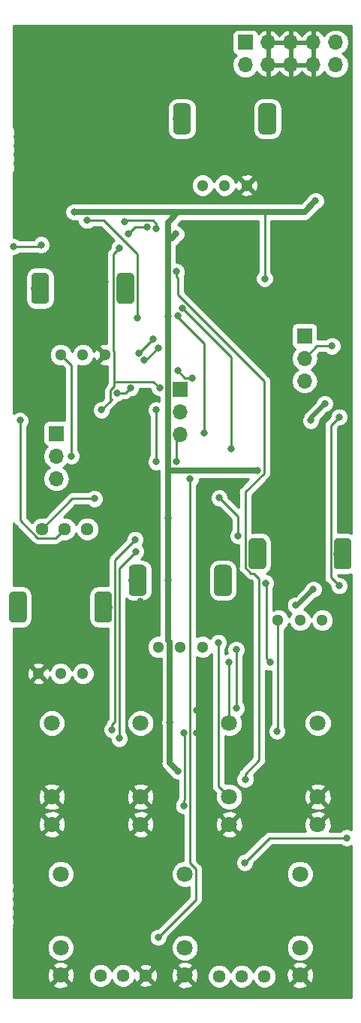
<source format=gtl>
G04 #@! TF.GenerationSoftware,KiCad,Pcbnew,(5.0.1-3-g963ef8bb5)*
G04 #@! TF.CreationDate,2021-05-28T19:59:00+02:00*
G04 #@! TF.ProjectId,Schraeg,536368726165672E6B696361645F7063,rev?*
G04 #@! TF.SameCoordinates,Original*
G04 #@! TF.FileFunction,Copper,L1,Top,Signal*
G04 #@! TF.FilePolarity,Positive*
%FSLAX46Y46*%
G04 Gerber Fmt 4.6, Leading zero omitted, Abs format (unit mm)*
G04 Created by KiCad (PCBNEW (5.0.1-3-g963ef8bb5)) date Friday, 28 May 2021 at 19:59:00*
%MOMM*%
%LPD*%
G01*
G04 APERTURE LIST*
G04 #@! TA.AperFunction,Conductor*
%ADD10C,0.100000*%
G04 #@! TD*
G04 #@! TA.AperFunction,ComponentPad*
%ADD11C,2.000000*%
G04 #@! TD*
G04 #@! TA.AperFunction,ComponentPad*
%ADD12C,1.300000*%
G04 #@! TD*
G04 #@! TA.AperFunction,ComponentPad*
%ADD13C,1.800000*%
G04 #@! TD*
G04 #@! TA.AperFunction,ComponentPad*
%ADD14R,1.700000X1.700000*%
G04 #@! TD*
G04 #@! TA.AperFunction,ComponentPad*
%ADD15O,1.700000X1.700000*%
G04 #@! TD*
G04 #@! TA.AperFunction,ComponentPad*
%ADD16C,1.440000*%
G04 #@! TD*
G04 #@! TA.AperFunction,ViaPad*
%ADD17C,0.800000*%
G04 #@! TD*
G04 #@! TA.AperFunction,Conductor*
%ADD18C,0.250000*%
G04 #@! TD*
G04 #@! TA.AperFunction,Conductor*
%ADD19C,0.500000*%
G04 #@! TD*
G04 #@! TA.AperFunction,Conductor*
%ADD20C,0.700000*%
G04 #@! TD*
G04 #@! TA.AperFunction,Conductor*
%ADD21C,0.254000*%
G04 #@! TD*
G04 APERTURE END LIST*
D10*
G04 #@! TO.N,*
G04 #@! TO.C,FM_ATTV1*
G36*
X73723009Y-67252408D02*
X73771545Y-67259607D01*
X73819142Y-67271530D01*
X73865342Y-67288060D01*
X73909698Y-67309039D01*
X73951785Y-67334265D01*
X73991197Y-67363495D01*
X74027553Y-67396447D01*
X74060505Y-67432803D01*
X74089735Y-67472215D01*
X74114961Y-67514302D01*
X74135940Y-67558658D01*
X74152470Y-67604858D01*
X74164393Y-67652455D01*
X74171592Y-67700991D01*
X74174000Y-67750000D01*
X74174000Y-70250000D01*
X74171592Y-70299009D01*
X74164393Y-70347545D01*
X74152470Y-70395142D01*
X74135940Y-70441342D01*
X74114961Y-70485698D01*
X74089735Y-70527785D01*
X74060505Y-70567197D01*
X74027553Y-70603553D01*
X73991197Y-70636505D01*
X73951785Y-70665735D01*
X73909698Y-70690961D01*
X73865342Y-70711940D01*
X73819142Y-70728470D01*
X73771545Y-70740393D01*
X73723009Y-70747592D01*
X73674000Y-70750000D01*
X72674000Y-70750000D01*
X72624991Y-70747592D01*
X72576455Y-70740393D01*
X72528858Y-70728470D01*
X72482658Y-70711940D01*
X72438302Y-70690961D01*
X72396215Y-70665735D01*
X72356803Y-70636505D01*
X72320447Y-70603553D01*
X72287495Y-70567197D01*
X72258265Y-70527785D01*
X72233039Y-70485698D01*
X72212060Y-70441342D01*
X72195530Y-70395142D01*
X72183607Y-70347545D01*
X72176408Y-70299009D01*
X72174000Y-70250000D01*
X72174000Y-67750000D01*
X72176408Y-67700991D01*
X72183607Y-67652455D01*
X72195530Y-67604858D01*
X72212060Y-67558658D01*
X72233039Y-67514302D01*
X72258265Y-67472215D01*
X72287495Y-67432803D01*
X72320447Y-67396447D01*
X72356803Y-67363495D01*
X72396215Y-67334265D01*
X72438302Y-67309039D01*
X72482658Y-67288060D01*
X72528858Y-67271530D01*
X72576455Y-67259607D01*
X72624991Y-67252408D01*
X72674000Y-67250000D01*
X73674000Y-67250000D01*
X73723009Y-67252408D01*
X73723009Y-67252408D01*
G37*
D11*
G04 #@! TD*
G04 #@! TO.P,FM_ATTV1,*
G04 #@! TO.N,*
X73174000Y-69000000D03*
D12*
G04 #@! TO.P,FM_ATTV1,1*
G04 #@! TO.N,Net-(FM_ATTV1-Pad1)*
X75500000Y-76500000D03*
G04 #@! TO.P,FM_ATTV1,2*
G04 #@! TO.N,Net-(FM_ATTV1-Pad2)*
X78000000Y-76500000D03*
G04 #@! TO.P,FM_ATTV1,3*
G04 #@! TO.N,Net-(FM_ATTV1-Pad3)*
X80500000Y-76500000D03*
D10*
G04 #@! TD*
G04 #@! TO.N,*
G04 #@! TO.C,FM_ATTV1*
G36*
X83349009Y-67252408D02*
X83397545Y-67259607D01*
X83445142Y-67271530D01*
X83491342Y-67288060D01*
X83535698Y-67309039D01*
X83577785Y-67334265D01*
X83617197Y-67363495D01*
X83653553Y-67396447D01*
X83686505Y-67432803D01*
X83715735Y-67472215D01*
X83740961Y-67514302D01*
X83761940Y-67558658D01*
X83778470Y-67604858D01*
X83790393Y-67652455D01*
X83797592Y-67700991D01*
X83800000Y-67750000D01*
X83800000Y-70250000D01*
X83797592Y-70299009D01*
X83790393Y-70347545D01*
X83778470Y-70395142D01*
X83761940Y-70441342D01*
X83740961Y-70485698D01*
X83715735Y-70527785D01*
X83686505Y-70567197D01*
X83653553Y-70603553D01*
X83617197Y-70636505D01*
X83577785Y-70665735D01*
X83535698Y-70690961D01*
X83491342Y-70711940D01*
X83445142Y-70728470D01*
X83397545Y-70740393D01*
X83349009Y-70747592D01*
X83300000Y-70750000D01*
X82300000Y-70750000D01*
X82250991Y-70747592D01*
X82202455Y-70740393D01*
X82154858Y-70728470D01*
X82108658Y-70711940D01*
X82064302Y-70690961D01*
X82022215Y-70665735D01*
X81982803Y-70636505D01*
X81946447Y-70603553D01*
X81913495Y-70567197D01*
X81884265Y-70527785D01*
X81859039Y-70485698D01*
X81838060Y-70441342D01*
X81821530Y-70395142D01*
X81809607Y-70347545D01*
X81802408Y-70299009D01*
X81800000Y-70250000D01*
X81800000Y-67750000D01*
X81802408Y-67700991D01*
X81809607Y-67652455D01*
X81821530Y-67604858D01*
X81838060Y-67558658D01*
X81859039Y-67514302D01*
X81884265Y-67472215D01*
X81913495Y-67432803D01*
X81946447Y-67396447D01*
X81982803Y-67363495D01*
X82022215Y-67334265D01*
X82064302Y-67309039D01*
X82108658Y-67288060D01*
X82154858Y-67271530D01*
X82202455Y-67259607D01*
X82250991Y-67252408D01*
X82300000Y-67250000D01*
X83300000Y-67250000D01*
X83349009Y-67252408D01*
X83349009Y-67252408D01*
G37*
D11*
G04 #@! TO.P,FM_ATTV1,*
G04 #@! TO.N,*
X82800000Y-69000000D03*
G04 #@! TD*
D10*
G04 #@! TO.N,*
G04 #@! TO.C,CUTOFF1*
G36*
X65223009Y-18252408D02*
X65271545Y-18259607D01*
X65319142Y-18271530D01*
X65365342Y-18288060D01*
X65409698Y-18309039D01*
X65451785Y-18334265D01*
X65491197Y-18363495D01*
X65527553Y-18396447D01*
X65560505Y-18432803D01*
X65589735Y-18472215D01*
X65614961Y-18514302D01*
X65635940Y-18558658D01*
X65652470Y-18604858D01*
X65664393Y-18652455D01*
X65671592Y-18700991D01*
X65674000Y-18750000D01*
X65674000Y-21250000D01*
X65671592Y-21299009D01*
X65664393Y-21347545D01*
X65652470Y-21395142D01*
X65635940Y-21441342D01*
X65614961Y-21485698D01*
X65589735Y-21527785D01*
X65560505Y-21567197D01*
X65527553Y-21603553D01*
X65491197Y-21636505D01*
X65451785Y-21665735D01*
X65409698Y-21690961D01*
X65365342Y-21711940D01*
X65319142Y-21728470D01*
X65271545Y-21740393D01*
X65223009Y-21747592D01*
X65174000Y-21750000D01*
X64174000Y-21750000D01*
X64124991Y-21747592D01*
X64076455Y-21740393D01*
X64028858Y-21728470D01*
X63982658Y-21711940D01*
X63938302Y-21690961D01*
X63896215Y-21665735D01*
X63856803Y-21636505D01*
X63820447Y-21603553D01*
X63787495Y-21567197D01*
X63758265Y-21527785D01*
X63733039Y-21485698D01*
X63712060Y-21441342D01*
X63695530Y-21395142D01*
X63683607Y-21347545D01*
X63676408Y-21299009D01*
X63674000Y-21250000D01*
X63674000Y-18750000D01*
X63676408Y-18700991D01*
X63683607Y-18652455D01*
X63695530Y-18604858D01*
X63712060Y-18558658D01*
X63733039Y-18514302D01*
X63758265Y-18472215D01*
X63787495Y-18432803D01*
X63820447Y-18396447D01*
X63856803Y-18363495D01*
X63896215Y-18334265D01*
X63938302Y-18309039D01*
X63982658Y-18288060D01*
X64028858Y-18271530D01*
X64076455Y-18259607D01*
X64124991Y-18252408D01*
X64174000Y-18250000D01*
X65174000Y-18250000D01*
X65223009Y-18252408D01*
X65223009Y-18252408D01*
G37*
D11*
G04 #@! TD*
G04 #@! TO.P,CUTOFF1,*
G04 #@! TO.N,*
X64674000Y-20000000D03*
D12*
G04 #@! TO.P,CUTOFF1,1*
G04 #@! TO.N,-12V*
X67000000Y-27500000D03*
G04 #@! TO.P,CUTOFF1,2*
G04 #@! TO.N,Net-(CUTOFF1-Pad2)*
X69500000Y-27500000D03*
G04 #@! TO.P,CUTOFF1,3*
G04 #@! TO.N,GND*
X72000000Y-27500000D03*
D10*
G04 #@! TD*
G04 #@! TO.N,*
G04 #@! TO.C,CUTOFF1*
G36*
X74849009Y-18252408D02*
X74897545Y-18259607D01*
X74945142Y-18271530D01*
X74991342Y-18288060D01*
X75035698Y-18309039D01*
X75077785Y-18334265D01*
X75117197Y-18363495D01*
X75153553Y-18396447D01*
X75186505Y-18432803D01*
X75215735Y-18472215D01*
X75240961Y-18514302D01*
X75261940Y-18558658D01*
X75278470Y-18604858D01*
X75290393Y-18652455D01*
X75297592Y-18700991D01*
X75300000Y-18750000D01*
X75300000Y-21250000D01*
X75297592Y-21299009D01*
X75290393Y-21347545D01*
X75278470Y-21395142D01*
X75261940Y-21441342D01*
X75240961Y-21485698D01*
X75215735Y-21527785D01*
X75186505Y-21567197D01*
X75153553Y-21603553D01*
X75117197Y-21636505D01*
X75077785Y-21665735D01*
X75035698Y-21690961D01*
X74991342Y-21711940D01*
X74945142Y-21728470D01*
X74897545Y-21740393D01*
X74849009Y-21747592D01*
X74800000Y-21750000D01*
X73800000Y-21750000D01*
X73750991Y-21747592D01*
X73702455Y-21740393D01*
X73654858Y-21728470D01*
X73608658Y-21711940D01*
X73564302Y-21690961D01*
X73522215Y-21665735D01*
X73482803Y-21636505D01*
X73446447Y-21603553D01*
X73413495Y-21567197D01*
X73384265Y-21527785D01*
X73359039Y-21485698D01*
X73338060Y-21441342D01*
X73321530Y-21395142D01*
X73309607Y-21347545D01*
X73302408Y-21299009D01*
X73300000Y-21250000D01*
X73300000Y-18750000D01*
X73302408Y-18700991D01*
X73309607Y-18652455D01*
X73321530Y-18604858D01*
X73338060Y-18558658D01*
X73359039Y-18514302D01*
X73384265Y-18472215D01*
X73413495Y-18432803D01*
X73446447Y-18396447D01*
X73482803Y-18363495D01*
X73522215Y-18334265D01*
X73564302Y-18309039D01*
X73608658Y-18288060D01*
X73654858Y-18271530D01*
X73702455Y-18259607D01*
X73750991Y-18252408D01*
X73800000Y-18250000D01*
X74800000Y-18250000D01*
X74849009Y-18252408D01*
X74849009Y-18252408D01*
G37*
D11*
G04 #@! TO.P,CUTOFF1,*
G04 #@! TO.N,*
X74300000Y-20000000D03*
G04 #@! TD*
D10*
G04 #@! TO.N,*
G04 #@! TO.C,INPUT_GAIN1*
G36*
X46723009Y-73252408D02*
X46771545Y-73259607D01*
X46819142Y-73271530D01*
X46865342Y-73288060D01*
X46909698Y-73309039D01*
X46951785Y-73334265D01*
X46991197Y-73363495D01*
X47027553Y-73396447D01*
X47060505Y-73432803D01*
X47089735Y-73472215D01*
X47114961Y-73514302D01*
X47135940Y-73558658D01*
X47152470Y-73604858D01*
X47164393Y-73652455D01*
X47171592Y-73700991D01*
X47174000Y-73750000D01*
X47174000Y-76250000D01*
X47171592Y-76299009D01*
X47164393Y-76347545D01*
X47152470Y-76395142D01*
X47135940Y-76441342D01*
X47114961Y-76485698D01*
X47089735Y-76527785D01*
X47060505Y-76567197D01*
X47027553Y-76603553D01*
X46991197Y-76636505D01*
X46951785Y-76665735D01*
X46909698Y-76690961D01*
X46865342Y-76711940D01*
X46819142Y-76728470D01*
X46771545Y-76740393D01*
X46723009Y-76747592D01*
X46674000Y-76750000D01*
X45674000Y-76750000D01*
X45624991Y-76747592D01*
X45576455Y-76740393D01*
X45528858Y-76728470D01*
X45482658Y-76711940D01*
X45438302Y-76690961D01*
X45396215Y-76665735D01*
X45356803Y-76636505D01*
X45320447Y-76603553D01*
X45287495Y-76567197D01*
X45258265Y-76527785D01*
X45233039Y-76485698D01*
X45212060Y-76441342D01*
X45195530Y-76395142D01*
X45183607Y-76347545D01*
X45176408Y-76299009D01*
X45174000Y-76250000D01*
X45174000Y-73750000D01*
X45176408Y-73700991D01*
X45183607Y-73652455D01*
X45195530Y-73604858D01*
X45212060Y-73558658D01*
X45233039Y-73514302D01*
X45258265Y-73472215D01*
X45287495Y-73432803D01*
X45320447Y-73396447D01*
X45356803Y-73363495D01*
X45396215Y-73334265D01*
X45438302Y-73309039D01*
X45482658Y-73288060D01*
X45528858Y-73271530D01*
X45576455Y-73259607D01*
X45624991Y-73252408D01*
X45674000Y-73250000D01*
X46674000Y-73250000D01*
X46723009Y-73252408D01*
X46723009Y-73252408D01*
G37*
D11*
G04 #@! TD*
G04 #@! TO.P,INPUT_GAIN1,*
G04 #@! TO.N,*
X46174000Y-75000000D03*
D12*
G04 #@! TO.P,INPUT_GAIN1,1*
G04 #@! TO.N,GND*
X48500000Y-82500000D03*
G04 #@! TO.P,INPUT_GAIN1,2*
G04 #@! TO.N,Net-(INPUT_GAIN1-Pad2)*
X51000000Y-82500000D03*
G04 #@! TO.P,INPUT_GAIN1,3*
G04 #@! TO.N,Net-(C2-Pad2)*
X53500000Y-82500000D03*
D10*
G04 #@! TD*
G04 #@! TO.N,*
G04 #@! TO.C,INPUT_GAIN1*
G36*
X56349009Y-73252408D02*
X56397545Y-73259607D01*
X56445142Y-73271530D01*
X56491342Y-73288060D01*
X56535698Y-73309039D01*
X56577785Y-73334265D01*
X56617197Y-73363495D01*
X56653553Y-73396447D01*
X56686505Y-73432803D01*
X56715735Y-73472215D01*
X56740961Y-73514302D01*
X56761940Y-73558658D01*
X56778470Y-73604858D01*
X56790393Y-73652455D01*
X56797592Y-73700991D01*
X56800000Y-73750000D01*
X56800000Y-76250000D01*
X56797592Y-76299009D01*
X56790393Y-76347545D01*
X56778470Y-76395142D01*
X56761940Y-76441342D01*
X56740961Y-76485698D01*
X56715735Y-76527785D01*
X56686505Y-76567197D01*
X56653553Y-76603553D01*
X56617197Y-76636505D01*
X56577785Y-76665735D01*
X56535698Y-76690961D01*
X56491342Y-76711940D01*
X56445142Y-76728470D01*
X56397545Y-76740393D01*
X56349009Y-76747592D01*
X56300000Y-76750000D01*
X55300000Y-76750000D01*
X55250991Y-76747592D01*
X55202455Y-76740393D01*
X55154858Y-76728470D01*
X55108658Y-76711940D01*
X55064302Y-76690961D01*
X55022215Y-76665735D01*
X54982803Y-76636505D01*
X54946447Y-76603553D01*
X54913495Y-76567197D01*
X54884265Y-76527785D01*
X54859039Y-76485698D01*
X54838060Y-76441342D01*
X54821530Y-76395142D01*
X54809607Y-76347545D01*
X54802408Y-76299009D01*
X54800000Y-76250000D01*
X54800000Y-73750000D01*
X54802408Y-73700991D01*
X54809607Y-73652455D01*
X54821530Y-73604858D01*
X54838060Y-73558658D01*
X54859039Y-73514302D01*
X54884265Y-73472215D01*
X54913495Y-73432803D01*
X54946447Y-73396447D01*
X54982803Y-73363495D01*
X55022215Y-73334265D01*
X55064302Y-73309039D01*
X55108658Y-73288060D01*
X55154858Y-73271530D01*
X55202455Y-73259607D01*
X55250991Y-73252408D01*
X55300000Y-73250000D01*
X56300000Y-73250000D01*
X56349009Y-73252408D01*
X56349009Y-73252408D01*
G37*
D11*
G04 #@! TO.P,INPUT_GAIN1,*
G04 #@! TO.N,*
X55800000Y-75000000D03*
G04 #@! TD*
D10*
G04 #@! TO.N,*
G04 #@! TO.C,RES_ATTV1*
G36*
X60223009Y-70252408D02*
X60271545Y-70259607D01*
X60319142Y-70271530D01*
X60365342Y-70288060D01*
X60409698Y-70309039D01*
X60451785Y-70334265D01*
X60491197Y-70363495D01*
X60527553Y-70396447D01*
X60560505Y-70432803D01*
X60589735Y-70472215D01*
X60614961Y-70514302D01*
X60635940Y-70558658D01*
X60652470Y-70604858D01*
X60664393Y-70652455D01*
X60671592Y-70700991D01*
X60674000Y-70750000D01*
X60674000Y-73250000D01*
X60671592Y-73299009D01*
X60664393Y-73347545D01*
X60652470Y-73395142D01*
X60635940Y-73441342D01*
X60614961Y-73485698D01*
X60589735Y-73527785D01*
X60560505Y-73567197D01*
X60527553Y-73603553D01*
X60491197Y-73636505D01*
X60451785Y-73665735D01*
X60409698Y-73690961D01*
X60365342Y-73711940D01*
X60319142Y-73728470D01*
X60271545Y-73740393D01*
X60223009Y-73747592D01*
X60174000Y-73750000D01*
X59174000Y-73750000D01*
X59124991Y-73747592D01*
X59076455Y-73740393D01*
X59028858Y-73728470D01*
X58982658Y-73711940D01*
X58938302Y-73690961D01*
X58896215Y-73665735D01*
X58856803Y-73636505D01*
X58820447Y-73603553D01*
X58787495Y-73567197D01*
X58758265Y-73527785D01*
X58733039Y-73485698D01*
X58712060Y-73441342D01*
X58695530Y-73395142D01*
X58683607Y-73347545D01*
X58676408Y-73299009D01*
X58674000Y-73250000D01*
X58674000Y-70750000D01*
X58676408Y-70700991D01*
X58683607Y-70652455D01*
X58695530Y-70604858D01*
X58712060Y-70558658D01*
X58733039Y-70514302D01*
X58758265Y-70472215D01*
X58787495Y-70432803D01*
X58820447Y-70396447D01*
X58856803Y-70363495D01*
X58896215Y-70334265D01*
X58938302Y-70309039D01*
X58982658Y-70288060D01*
X59028858Y-70271530D01*
X59076455Y-70259607D01*
X59124991Y-70252408D01*
X59174000Y-70250000D01*
X60174000Y-70250000D01*
X60223009Y-70252408D01*
X60223009Y-70252408D01*
G37*
D11*
G04 #@! TD*
G04 #@! TO.P,RES_ATTV1,*
G04 #@! TO.N,*
X59674000Y-72000000D03*
D12*
G04 #@! TO.P,RES_ATTV1,1*
G04 #@! TO.N,Net-(R3-Pad2)*
X62000000Y-79500000D03*
G04 #@! TO.P,RES_ATTV1,2*
G04 #@! TO.N,Net-(R49-Pad1)*
X64500000Y-79500000D03*
G04 #@! TO.P,RES_ATTV1,3*
G04 #@! TO.N,Net-(R11-Pad2)*
X67000000Y-79500000D03*
D10*
G04 #@! TD*
G04 #@! TO.N,*
G04 #@! TO.C,RES_ATTV1*
G36*
X69849009Y-70252408D02*
X69897545Y-70259607D01*
X69945142Y-70271530D01*
X69991342Y-70288060D01*
X70035698Y-70309039D01*
X70077785Y-70334265D01*
X70117197Y-70363495D01*
X70153553Y-70396447D01*
X70186505Y-70432803D01*
X70215735Y-70472215D01*
X70240961Y-70514302D01*
X70261940Y-70558658D01*
X70278470Y-70604858D01*
X70290393Y-70652455D01*
X70297592Y-70700991D01*
X70300000Y-70750000D01*
X70300000Y-73250000D01*
X70297592Y-73299009D01*
X70290393Y-73347545D01*
X70278470Y-73395142D01*
X70261940Y-73441342D01*
X70240961Y-73485698D01*
X70215735Y-73527785D01*
X70186505Y-73567197D01*
X70153553Y-73603553D01*
X70117197Y-73636505D01*
X70077785Y-73665735D01*
X70035698Y-73690961D01*
X69991342Y-73711940D01*
X69945142Y-73728470D01*
X69897545Y-73740393D01*
X69849009Y-73747592D01*
X69800000Y-73750000D01*
X68800000Y-73750000D01*
X68750991Y-73747592D01*
X68702455Y-73740393D01*
X68654858Y-73728470D01*
X68608658Y-73711940D01*
X68564302Y-73690961D01*
X68522215Y-73665735D01*
X68482803Y-73636505D01*
X68446447Y-73603553D01*
X68413495Y-73567197D01*
X68384265Y-73527785D01*
X68359039Y-73485698D01*
X68338060Y-73441342D01*
X68321530Y-73395142D01*
X68309607Y-73347545D01*
X68302408Y-73299009D01*
X68300000Y-73250000D01*
X68300000Y-70750000D01*
X68302408Y-70700991D01*
X68309607Y-70652455D01*
X68321530Y-70604858D01*
X68338060Y-70558658D01*
X68359039Y-70514302D01*
X68384265Y-70472215D01*
X68413495Y-70432803D01*
X68446447Y-70396447D01*
X68482803Y-70363495D01*
X68522215Y-70334265D01*
X68564302Y-70309039D01*
X68608658Y-70288060D01*
X68654858Y-70271530D01*
X68702455Y-70259607D01*
X68750991Y-70252408D01*
X68800000Y-70250000D01*
X69800000Y-70250000D01*
X69849009Y-70252408D01*
X69849009Y-70252408D01*
G37*
D11*
G04 #@! TO.P,RES_ATTV1,*
G04 #@! TO.N,*
X69300000Y-72000000D03*
G04 #@! TD*
D10*
G04 #@! TO.N,*
G04 #@! TO.C,RESONANCE1*
G36*
X49223009Y-37352408D02*
X49271545Y-37359607D01*
X49319142Y-37371530D01*
X49365342Y-37388060D01*
X49409698Y-37409039D01*
X49451785Y-37434265D01*
X49491197Y-37463495D01*
X49527553Y-37496447D01*
X49560505Y-37532803D01*
X49589735Y-37572215D01*
X49614961Y-37614302D01*
X49635940Y-37658658D01*
X49652470Y-37704858D01*
X49664393Y-37752455D01*
X49671592Y-37800991D01*
X49674000Y-37850000D01*
X49674000Y-40350000D01*
X49671592Y-40399009D01*
X49664393Y-40447545D01*
X49652470Y-40495142D01*
X49635940Y-40541342D01*
X49614961Y-40585698D01*
X49589735Y-40627785D01*
X49560505Y-40667197D01*
X49527553Y-40703553D01*
X49491197Y-40736505D01*
X49451785Y-40765735D01*
X49409698Y-40790961D01*
X49365342Y-40811940D01*
X49319142Y-40828470D01*
X49271545Y-40840393D01*
X49223009Y-40847592D01*
X49174000Y-40850000D01*
X48174000Y-40850000D01*
X48124991Y-40847592D01*
X48076455Y-40840393D01*
X48028858Y-40828470D01*
X47982658Y-40811940D01*
X47938302Y-40790961D01*
X47896215Y-40765735D01*
X47856803Y-40736505D01*
X47820447Y-40703553D01*
X47787495Y-40667197D01*
X47758265Y-40627785D01*
X47733039Y-40585698D01*
X47712060Y-40541342D01*
X47695530Y-40495142D01*
X47683607Y-40447545D01*
X47676408Y-40399009D01*
X47674000Y-40350000D01*
X47674000Y-37850000D01*
X47676408Y-37800991D01*
X47683607Y-37752455D01*
X47695530Y-37704858D01*
X47712060Y-37658658D01*
X47733039Y-37614302D01*
X47758265Y-37572215D01*
X47787495Y-37532803D01*
X47820447Y-37496447D01*
X47856803Y-37463495D01*
X47896215Y-37434265D01*
X47938302Y-37409039D01*
X47982658Y-37388060D01*
X48028858Y-37371530D01*
X48076455Y-37359607D01*
X48124991Y-37352408D01*
X48174000Y-37350000D01*
X49174000Y-37350000D01*
X49223009Y-37352408D01*
X49223009Y-37352408D01*
G37*
D11*
G04 #@! TD*
G04 #@! TO.P,RESONANCE1,*
G04 #@! TO.N,*
X48674000Y-39100000D03*
D12*
G04 #@! TO.P,RESONANCE1,1*
G04 #@! TO.N,5V_REF*
X51000000Y-46600000D03*
G04 #@! TO.P,RESONANCE1,2*
G04 #@! TO.N,Net-(R17-Pad2)*
X53500000Y-46600000D03*
G04 #@! TO.P,RESONANCE1,3*
G04 #@! TO.N,GND*
X56000000Y-46600000D03*
D10*
G04 #@! TD*
G04 #@! TO.N,*
G04 #@! TO.C,RESONANCE1*
G36*
X58849009Y-37352408D02*
X58897545Y-37359607D01*
X58945142Y-37371530D01*
X58991342Y-37388060D01*
X59035698Y-37409039D01*
X59077785Y-37434265D01*
X59117197Y-37463495D01*
X59153553Y-37496447D01*
X59186505Y-37532803D01*
X59215735Y-37572215D01*
X59240961Y-37614302D01*
X59261940Y-37658658D01*
X59278470Y-37704858D01*
X59290393Y-37752455D01*
X59297592Y-37800991D01*
X59300000Y-37850000D01*
X59300000Y-40350000D01*
X59297592Y-40399009D01*
X59290393Y-40447545D01*
X59278470Y-40495142D01*
X59261940Y-40541342D01*
X59240961Y-40585698D01*
X59215735Y-40627785D01*
X59186505Y-40667197D01*
X59153553Y-40703553D01*
X59117197Y-40736505D01*
X59077785Y-40765735D01*
X59035698Y-40790961D01*
X58991342Y-40811940D01*
X58945142Y-40828470D01*
X58897545Y-40840393D01*
X58849009Y-40847592D01*
X58800000Y-40850000D01*
X57800000Y-40850000D01*
X57750991Y-40847592D01*
X57702455Y-40840393D01*
X57654858Y-40828470D01*
X57608658Y-40811940D01*
X57564302Y-40790961D01*
X57522215Y-40765735D01*
X57482803Y-40736505D01*
X57446447Y-40703553D01*
X57413495Y-40667197D01*
X57384265Y-40627785D01*
X57359039Y-40585698D01*
X57338060Y-40541342D01*
X57321530Y-40495142D01*
X57309607Y-40447545D01*
X57302408Y-40399009D01*
X57300000Y-40350000D01*
X57300000Y-37850000D01*
X57302408Y-37800991D01*
X57309607Y-37752455D01*
X57321530Y-37704858D01*
X57338060Y-37658658D01*
X57359039Y-37614302D01*
X57384265Y-37572215D01*
X57413495Y-37532803D01*
X57446447Y-37496447D01*
X57482803Y-37463495D01*
X57522215Y-37434265D01*
X57564302Y-37409039D01*
X57608658Y-37388060D01*
X57654858Y-37371530D01*
X57702455Y-37359607D01*
X57750991Y-37352408D01*
X57800000Y-37350000D01*
X58800000Y-37350000D01*
X58849009Y-37352408D01*
X58849009Y-37352408D01*
G37*
D11*
G04 #@! TO.P,RESONANCE1,*
G04 #@! TO.N,*
X58300000Y-39100000D03*
G04 #@! TD*
D13*
G04 #@! TO.P,AUDIO_IN1,2*
G04 #@! TO.N,GND*
X50000000Y-96380000D03*
G04 #@! TO.P,AUDIO_IN1,1*
X50000000Y-99480000D03*
G04 #@! TO.P,AUDIO_IN1,3*
G04 #@! TO.N,Net-(AUDIO_IN1-Pad3)*
X50000000Y-88080000D03*
G04 #@! TD*
G04 #@! TO.P,BP_OUT1,3*
G04 #@! TO.N,Net-(BP_OUT1-Pad3)*
X65000000Y-105080000D03*
G04 #@! TO.P,BP_OUT1,1*
G04 #@! TO.N,GND*
X65000000Y-116480000D03*
G04 #@! TO.P,BP_OUT1,2*
G04 #@! TO.N,N/C*
X65000000Y-113380000D03*
G04 #@! TD*
G04 #@! TO.P,FM_IN1,3*
G04 #@! TO.N,Net-(FM_IN1-Pad3)*
X70000000Y-88080000D03*
G04 #@! TO.P,FM_IN1,1*
G04 #@! TO.N,GND*
X70000000Y-99480000D03*
G04 #@! TO.P,FM_IN1,2*
G04 #@! TO.N,0.16V_REF*
X70000000Y-96380000D03*
G04 #@! TD*
G04 #@! TO.P,HP_OUT1,2*
G04 #@! TO.N,N/C*
X78000000Y-113380000D03*
G04 #@! TO.P,HP_OUT1,1*
G04 #@! TO.N,GND*
X78000000Y-116480000D03*
G04 #@! TO.P,HP_OUT1,3*
G04 #@! TO.N,Net-(HP_OUT1-Pad3)*
X78000000Y-105080000D03*
G04 #@! TD*
G04 #@! TO.P,LP_OUT1,2*
G04 #@! TO.N,N/C*
X51000000Y-113380000D03*
G04 #@! TO.P,LP_OUT1,1*
G04 #@! TO.N,GND*
X51000000Y-116480000D03*
G04 #@! TO.P,LP_OUT1,3*
G04 #@! TO.N,Net-(LP_OUT1-Pad3)*
X51000000Y-105080000D03*
G04 #@! TD*
D14*
G04 #@! TO.P,PWR_IN1,1*
G04 #@! TO.N,Net-(F1-Pad2)*
X71840000Y-11400000D03*
D15*
G04 #@! TO.P,PWR_IN1,2*
X71840000Y-13940000D03*
G04 #@! TO.P,PWR_IN1,3*
G04 #@! TO.N,GND*
X74380000Y-11400000D03*
G04 #@! TO.P,PWR_IN1,4*
X74380000Y-13940000D03*
G04 #@! TO.P,PWR_IN1,5*
X76920000Y-11400000D03*
G04 #@! TO.P,PWR_IN1,6*
X76920000Y-13940000D03*
G04 #@! TO.P,PWR_IN1,7*
X79460000Y-11400000D03*
G04 #@! TO.P,PWR_IN1,8*
X79460000Y-13940000D03*
G04 #@! TO.P,PWR_IN1,9*
G04 #@! TO.N,Net-(F2-Pad2)*
X82000000Y-11400000D03*
G04 #@! TO.P,PWR_IN1,10*
X82000000Y-13940000D03*
G04 #@! TD*
D16*
G04 #@! TO.P,RES_ADJ1,1*
G04 #@! TO.N,Net-(R26-Pad1)*
X54000000Y-66200000D03*
G04 #@! TO.P,RES_ADJ1,2*
X51460000Y-66200000D03*
G04 #@! TO.P,RES_ADJ1,3*
G04 #@! TO.N,Net-(R27-Pad2)*
X48920000Y-66200000D03*
G04 #@! TD*
D13*
G04 #@! TO.P,RES_CV1,3*
G04 #@! TO.N,Net-(R49-Pad2)*
X60000000Y-88080000D03*
G04 #@! TO.P,RES_CV1,1*
G04 #@! TO.N,GND*
X60000000Y-99480000D03*
G04 #@! TO.P,RES_CV1,2*
X60000000Y-96380000D03*
G04 #@! TD*
D16*
G04 #@! TO.P,RV_SAW_OCTAVE1,1*
G04 #@! TO.N,Net-(RV_SAW_OCTAVE1-Pad1)*
X55500000Y-116500000D03*
G04 #@! TO.P,RV_SAW_OCTAVE1,2*
G04 #@! TO.N,Net-(R1-Pad2)*
X58040000Y-116500000D03*
G04 #@! TO.P,RV_SAW_OCTAVE1,3*
G04 #@! TO.N,GND*
X60580000Y-116500000D03*
G04 #@! TD*
D15*
G04 #@! TO.P,SW_DRIVE1,3*
G04 #@! TO.N,Net-(R21-Pad2)*
X50500000Y-60540000D03*
G04 #@! TO.P,SW_DRIVE1,2*
G04 #@! TO.N,Net-(R19-Pad1)*
X50500000Y-58000000D03*
D14*
G04 #@! TO.P,SW_DRIVE1,1*
G04 #@! TO.N,Net-(R22-Pad2)*
X50500000Y-55460000D03*
G04 #@! TD*
G04 #@! TO.P,SW_RES_DIST1,1*
G04 #@! TO.N,N/C*
X78500000Y-44460000D03*
D15*
G04 #@! TO.P,SW_RES_DIST1,2*
G04 #@! TO.N,Net-(D3-Pad2)*
X78500000Y-47000000D03*
G04 #@! TO.P,SW_RES_DIST1,3*
G04 #@! TO.N,/Filter Core/RES_MOD*
X78500000Y-49540000D03*
G04 #@! TD*
D14*
G04 #@! TO.P,SW_WOBBLE1,1*
G04 #@! TO.N,N/C*
X64500000Y-50460000D03*
D15*
G04 #@! TO.P,SW_WOBBLE1,2*
G04 #@! TO.N,Net-(RV_SAW_OCTAVE1-Pad1)*
X64500000Y-53000000D03*
G04 #@! TO.P,SW_WOBBLE1,3*
G04 #@! TO.N,/Filter Core/RES_MOD*
X64500000Y-55540000D03*
G04 #@! TD*
D13*
G04 #@! TO.P,V_OCT_IN1,2*
G04 #@! TO.N,GND*
X80000000Y-96380000D03*
G04 #@! TO.P,V_OCT_IN1,1*
X80000000Y-99480000D03*
G04 #@! TO.P,V_OCT_IN1,3*
G04 #@! TO.N,Net-(R9-Pad2)*
X80000000Y-88080000D03*
G04 #@! TD*
D16*
G04 #@! TO.P,V_OCT_SCALE1,3*
G04 #@! TO.N,/Filter Core/FREQ_CV*
X73980000Y-116600000D03*
G04 #@! TO.P,V_OCT_SCALE1,2*
X71440000Y-116600000D03*
G04 #@! TO.P,V_OCT_SCALE1,1*
G04 #@! TO.N,Net-(R14-Pad1)*
X68900000Y-116600000D03*
G04 #@! TD*
D17*
G04 #@! TO.N,GND*
X74000000Y-26800000D03*
X81800000Y-32800000D03*
X67600000Y-29000000D03*
X62200000Y-29000000D03*
X58400000Y-24800000D03*
X54675001Y-29000000D03*
X48800000Y-29200000D03*
X56000000Y-38400000D03*
X69000000Y-42200000D03*
X74000000Y-40800000D03*
X74000000Y-47800000D03*
X54600000Y-47800000D03*
X58600000Y-58000000D03*
X78800000Y-61000000D03*
X75550000Y-61000000D03*
X73600000Y-65600000D03*
X80000000Y-68000000D03*
X68800000Y-66200000D03*
X68800000Y-64200000D03*
X67200000Y-72400000D03*
X60000000Y-74400000D03*
X66325000Y-86600000D03*
X66325000Y-89200000D03*
X67800000Y-96400000D03*
X62200000Y-96400000D03*
X60400000Y-66200000D03*
X75200000Y-32400000D03*
X54599998Y-33000000D03*
X77200000Y-59155000D03*
X48700000Y-36300000D03*
X61400000Y-69800000D03*
X69899998Y-77000000D03*
G04 #@! TO.N,Net-(C3-Pad2)*
X60400000Y-47200000D03*
X62000000Y-45800000D03*
X68887347Y-62712653D03*
X71000000Y-67000000D03*
G04 #@! TO.N,/Filter Core/RES_CV*
X67200000Y-55400000D03*
X64200000Y-42200000D03*
G04 #@! TO.N,/Filter Core/BP_OUT*
X71749999Y-103800000D03*
X83275000Y-101000000D03*
G04 #@! TO.N,/Filter Core/LP_OUT*
X45675000Y-34400000D03*
X48800000Y-34200000D03*
G04 #@! TO.N,Net-(C9-Pad2)*
X70225000Y-57200000D03*
X64687347Y-41312653D03*
G04 #@! TO.N,/Filter Core/RES_MOD*
X59647908Y-42447908D03*
X53950001Y-31450000D03*
X64049999Y-58650000D03*
G04 #@! TO.N,Net-(C10-Pad2)*
X65800000Y-49200000D03*
X64200000Y-48400000D03*
G04 #@! TO.N,5V_REF*
X52200000Y-58000000D03*
G04 #@! TO.N,0.16V_REF*
X68800000Y-79000000D03*
G04 #@! TO.N,+12V*
X61800000Y-32400000D03*
X58200000Y-31600000D03*
X70800000Y-86400000D03*
X64875000Y-97400000D03*
X64875000Y-89200000D03*
X70800000Y-79800000D03*
X77500000Y-74800000D03*
X79500000Y-73000000D03*
X80800000Y-52100000D03*
X79200000Y-54000000D03*
G04 #@! TO.N,-12V*
X79750000Y-29250000D03*
X52500000Y-30500000D03*
X64250000Y-93500000D03*
X63299999Y-88000000D03*
X63099999Y-65000000D03*
X63099999Y-72000000D03*
X63099999Y-42250000D03*
X64000000Y-33000000D03*
X73200000Y-59600000D03*
X74000000Y-38000000D03*
G04 #@! TO.N,Net-(D1-Pad2)*
X82400000Y-72600000D03*
X82400000Y-53600000D03*
G04 #@! TO.N,/Filter Core/FREQ_CV*
X71800000Y-94400000D03*
X64049999Y-37200000D03*
G04 #@! TO.N,Net-(D3-Pad2)*
X81600000Y-45600000D03*
G04 #@! TO.N,Net-(FM_ATTV1-Pad1)*
X75400000Y-89000000D03*
G04 #@! TO.N,Net-(R1-Pad1)*
X56800000Y-88800000D03*
X59400000Y-67400000D03*
G04 #@! TO.N,Net-(R4-Pad1)*
X57600000Y-89800000D03*
X59443154Y-68756846D03*
G04 #@! TO.N,Net-(R11-Pad1)*
X74600000Y-81200000D03*
X74125000Y-72300000D03*
G04 #@! TO.N,/Filter Core/AUDIO_IN*
X60725000Y-32200000D03*
X58600000Y-33000000D03*
G04 #@! TO.N,Net-(R26-Pad1)*
X46400000Y-54000000D03*
G04 #@! TO.N,Net-(R27-Pad2)*
X57375000Y-50875000D03*
X58862653Y-50337347D03*
X54800000Y-62800000D03*
G04 #@! TO.N,Net-(R27-Pad1)*
X61800000Y-58649999D03*
X61800000Y-52800000D03*
G04 #@! TO.N,Net-(R28-Pad1)*
X55600000Y-52800000D03*
X57600000Y-34600000D03*
X62149999Y-50300000D03*
G04 #@! TO.N,Net-(R29-Pad1)*
X59800000Y-46400000D03*
X61400000Y-44800000D03*
G04 #@! TO.N,Net-(RV_SAW_OCTAVE1-Pad1)*
X62000000Y-112200000D03*
X65600000Y-60600000D03*
G04 #@! TO.N,Net-(FM_IN1-Pad3)*
X70000000Y-81200000D03*
G04 #@! TD*
D18*
G04 #@! TO.N,GND*
X67600000Y-29000000D02*
X67034315Y-29000000D01*
G04 #@! TO.N,Net-(C3-Pad2)*
X60600000Y-47200000D02*
X62000000Y-45800000D01*
X60400000Y-47200000D02*
X60600000Y-47200000D01*
X71000000Y-67000000D02*
X71000000Y-66434315D01*
X71000000Y-67000000D02*
X71000000Y-64825306D01*
X71000000Y-64825306D02*
X68887347Y-62712653D01*
G04 #@! TO.N,/Filter Core/RES_CV*
X64200000Y-42350001D02*
X64200000Y-42200000D01*
X67200000Y-45350001D02*
X64200000Y-42350001D01*
X67200000Y-55400000D02*
X67200000Y-45350001D01*
G04 #@! TO.N,/Filter Core/BP_OUT*
X71749999Y-103800000D02*
X74549999Y-101000000D01*
X74549999Y-101000000D02*
X83275000Y-101000000D01*
G04 #@! TO.N,/Filter Core/LP_OUT*
X48600000Y-34400000D02*
X48800000Y-34200000D01*
X45675000Y-34400000D02*
X48600000Y-34400000D01*
G04 #@! TO.N,Net-(C9-Pad2)*
X70225000Y-46850306D02*
X64687347Y-41312653D01*
X70225000Y-57200000D02*
X70225000Y-46850306D01*
G04 #@! TO.N,/Filter Core/RES_MOD*
X59625001Y-41859316D02*
X59625001Y-35225001D01*
X59647908Y-41882223D02*
X59625001Y-41859316D01*
X59647908Y-42447908D02*
X59647908Y-41882223D01*
X55850000Y-31450000D02*
X53950001Y-31450000D01*
X59625001Y-35225001D02*
X55850000Y-31450000D01*
X64049999Y-55990001D02*
X64500000Y-55540000D01*
X64049999Y-58650000D02*
X64049999Y-55990001D01*
G04 #@! TO.N,Net-(C10-Pad2)*
X65000000Y-49200000D02*
X64200000Y-48400000D01*
X65800000Y-49200000D02*
X65000000Y-49200000D01*
G04 #@! TO.N,5V_REF*
X52200000Y-47800000D02*
X51000000Y-46600000D01*
X52200000Y-58000000D02*
X52200000Y-47800000D01*
G04 #@! TO.N,0.16V_REF*
X68774999Y-95154999D02*
X70000000Y-96380000D01*
X68774999Y-79025001D02*
X68774999Y-95154999D01*
X68800000Y-79000000D02*
X68774999Y-79025001D01*
G04 #@! TO.N,+12V*
X61440684Y-31474999D02*
X58325001Y-31474999D01*
X58325001Y-31474999D02*
X58200000Y-31600000D01*
X61800000Y-31834315D02*
X61440684Y-31474999D01*
X61800000Y-32400000D02*
X61800000Y-31834315D01*
X70800000Y-86400000D02*
X70800000Y-79800000D01*
X64975001Y-89300001D02*
X64875000Y-89200000D01*
X64975001Y-96734314D02*
X64975001Y-89300001D01*
X64875000Y-96834315D02*
X64975001Y-96734314D01*
X64875000Y-97400000D02*
X64875000Y-96834315D01*
D19*
X77700000Y-74800000D02*
X79500000Y-73000000D01*
X77500000Y-74800000D02*
X77700000Y-74800000D01*
X79200000Y-53700000D02*
X80800000Y-52100000D01*
X79200000Y-54000000D02*
X79200000Y-53700000D01*
D20*
G04 #@! TO.N,-12V*
X79750000Y-29250000D02*
X78500000Y-30500000D01*
X63299999Y-92549999D02*
X64250000Y-93500000D01*
X63099999Y-78723999D02*
X63299999Y-78923999D01*
X64250000Y-30500000D02*
X63099999Y-31650001D01*
X64250000Y-30500000D02*
X52500000Y-30500000D01*
X63299999Y-78923999D02*
X63299999Y-88000000D01*
X63299999Y-88000000D02*
X63299999Y-92549999D01*
X63099999Y-72000000D02*
X63099999Y-78723999D01*
X63099999Y-65000000D02*
X63099999Y-72000000D01*
X63099999Y-60250000D02*
X63099999Y-65000000D01*
X63500000Y-33500000D02*
X64000000Y-33000000D01*
X63099999Y-33500000D02*
X63500000Y-33500000D01*
X63099999Y-31650001D02*
X63099999Y-33500000D01*
X63099999Y-33500000D02*
X63099999Y-42250000D01*
X78500000Y-30500000D02*
X74000000Y-30500000D01*
X74000000Y-30500000D02*
X64250000Y-30500000D01*
X63299999Y-59600000D02*
X63099999Y-59400000D01*
X73200000Y-59600000D02*
X63299999Y-59600000D01*
X63099999Y-59400000D02*
X63099999Y-60250000D01*
X63099999Y-42250000D02*
X63099999Y-59400000D01*
D18*
X74000000Y-30500000D02*
X74000000Y-38000000D01*
G04 #@! TO.N,Net-(D1-Pad2)*
X81474999Y-54525001D02*
X82400000Y-53600000D01*
X81474999Y-71674999D02*
X81474999Y-54525001D01*
X82400000Y-72600000D02*
X81474999Y-71674999D01*
G04 #@! TO.N,/Filter Core/FREQ_CV*
X73925001Y-49525001D02*
X64200000Y-39800000D01*
X73925001Y-59948001D02*
X73925001Y-49525001D01*
X64200000Y-37915686D02*
X64200000Y-39800000D01*
X64049999Y-37765685D02*
X64200000Y-37915686D01*
X64049999Y-37200000D02*
X64049999Y-37765685D01*
X71800000Y-94400000D02*
X71800000Y-93800000D01*
X71800000Y-93800000D02*
X73400000Y-92200000D01*
X71874999Y-62001997D02*
X71873002Y-62000000D01*
X71873002Y-62000000D02*
X73925001Y-59948001D01*
X71800000Y-62073002D02*
X71873002Y-62000000D01*
X71800000Y-70542742D02*
X72457258Y-71200000D01*
X71800000Y-62073002D02*
X71800000Y-70542742D01*
X72457258Y-71200000D02*
X72800000Y-71200000D01*
X72800000Y-71200000D02*
X73400000Y-71800000D01*
X73400000Y-92200000D02*
X73400000Y-71800000D01*
G04 #@! TO.N,Net-(D3-Pad2)*
X79900000Y-45600000D02*
X78500000Y-47000000D01*
X81600000Y-45600000D02*
X79900000Y-45600000D01*
G04 #@! TO.N,Net-(FM_ATTV1-Pad1)*
X75500000Y-76500000D02*
X75500000Y-88900000D01*
X75500000Y-88900000D02*
X75400000Y-89000000D01*
G04 #@! TO.N,Net-(R1-Pad1)*
X57125001Y-69674999D02*
X59400000Y-67400000D01*
X56800000Y-88234315D02*
X57125001Y-87909314D01*
X57125001Y-87909314D02*
X57125001Y-69674999D01*
X56800000Y-88800000D02*
X56800000Y-88234315D01*
G04 #@! TO.N,Net-(R4-Pad1)*
X57600000Y-70600000D02*
X59443154Y-68756846D01*
X57600000Y-89800000D02*
X57600000Y-70600000D01*
G04 #@! TO.N,Net-(R11-Pad1)*
X74183187Y-80783187D02*
X74183187Y-72358187D01*
X74183187Y-72358187D02*
X74125000Y-72300000D01*
X74600000Y-81200000D02*
X74183187Y-80783187D01*
G04 #@! TO.N,/Filter Core/AUDIO_IN*
X59400000Y-32200000D02*
X58600000Y-33000000D01*
X60725000Y-32200000D02*
X59400000Y-32200000D01*
G04 #@! TO.N,Net-(R26-Pad1)*
X46400000Y-65226602D02*
X46400000Y-54000000D01*
X48418399Y-67245001D02*
X46400000Y-65226602D01*
X50414999Y-67245001D02*
X48418399Y-67245001D01*
X51460000Y-66200000D02*
X50414999Y-67245001D01*
G04 #@! TO.N,Net-(R27-Pad2)*
X58325000Y-50875000D02*
X58862653Y-50337347D01*
X57375000Y-50875000D02*
X58325000Y-50875000D01*
X52320000Y-62800000D02*
X48920000Y-66200000D01*
X54800000Y-62800000D02*
X52320000Y-62800000D01*
G04 #@! TO.N,Net-(R27-Pad1)*
X61800000Y-58649999D02*
X61800000Y-52800000D01*
G04 #@! TO.N,Net-(R28-Pad1)*
X56600000Y-50576998D02*
X56600000Y-51800000D01*
X57026999Y-50149999D02*
X56600000Y-50576998D01*
X56974999Y-46131997D02*
X57026999Y-46183997D01*
X56974999Y-35225001D02*
X56974999Y-46131997D01*
X56800000Y-51600000D02*
X56600000Y-51800000D01*
X57600000Y-34600000D02*
X56974999Y-35225001D01*
X56600000Y-51800000D02*
X55600000Y-52800000D01*
X61462345Y-49612346D02*
X57039345Y-49612346D01*
X57039345Y-49612346D02*
X57026999Y-49600000D01*
X62149999Y-50300000D02*
X61462345Y-49612346D01*
X57026999Y-49600000D02*
X57026999Y-50149999D01*
X57026999Y-46183997D02*
X57026999Y-49600000D01*
G04 #@! TO.N,Net-(R29-Pad1)*
X59800000Y-46400000D02*
X61400000Y-44800000D01*
G04 #@! TO.N,Net-(RV_SAW_OCTAVE1-Pad1)*
X65600000Y-103866998D02*
X65600000Y-60600000D01*
X66225001Y-107974999D02*
X66225001Y-104491999D01*
X66225001Y-104491999D02*
X65600000Y-103866998D01*
X62000000Y-112200000D02*
X66225001Y-107974999D01*
G04 #@! TO.N,Net-(FM_IN1-Pad3)*
X70000000Y-81200000D02*
X70000000Y-88080000D01*
G04 #@! TD*
D21*
G04 #@! TO.N,GND*
G36*
X83790001Y-66723910D02*
X83739106Y-66689904D01*
X83300000Y-66602560D01*
X82300000Y-66602560D01*
X82234999Y-66615490D01*
X82234999Y-54839802D01*
X82439801Y-54635000D01*
X82605874Y-54635000D01*
X82986280Y-54477431D01*
X83277431Y-54186280D01*
X83435000Y-53805874D01*
X83435000Y-53394126D01*
X83277431Y-53013720D01*
X82986280Y-52722569D01*
X82605874Y-52565000D01*
X82194126Y-52565000D01*
X81813720Y-52722569D01*
X81522569Y-53013720D01*
X81365000Y-53394126D01*
X81365000Y-53560199D01*
X80990527Y-53934672D01*
X80927071Y-53977072D01*
X80884671Y-54040528D01*
X80884670Y-54040529D01*
X80759096Y-54228464D01*
X80700111Y-54525001D01*
X80715000Y-54599853D01*
X80714999Y-71600152D01*
X80700111Y-71674999D01*
X80714999Y-71749846D01*
X80714999Y-71749850D01*
X80759095Y-71971535D01*
X80927070Y-72222928D01*
X80990529Y-72265330D01*
X81365000Y-72639801D01*
X81365000Y-72805874D01*
X81522569Y-73186280D01*
X81813720Y-73477431D01*
X82194126Y-73635000D01*
X82605874Y-73635000D01*
X82986280Y-73477431D01*
X83277431Y-73186280D01*
X83435000Y-72805874D01*
X83435000Y-72394126D01*
X83277431Y-72013720D01*
X82986280Y-71722569D01*
X82605874Y-71565000D01*
X82439801Y-71565000D01*
X82265349Y-71390547D01*
X82300000Y-71397440D01*
X83300000Y-71397440D01*
X83739106Y-71310096D01*
X83790001Y-71276090D01*
X83790001Y-100093044D01*
X83480874Y-99965000D01*
X83069126Y-99965000D01*
X82688720Y-100122569D01*
X82571289Y-100240000D01*
X81356454Y-100240000D01*
X81546458Y-99720664D01*
X81520839Y-99110540D01*
X81336643Y-98665852D01*
X81080159Y-98579446D01*
X80179605Y-99480000D01*
X80193748Y-99494143D01*
X80014143Y-99673748D01*
X80000000Y-99659605D01*
X79985858Y-99673748D01*
X79806253Y-99494143D01*
X79820395Y-99480000D01*
X78919841Y-98579446D01*
X78663357Y-98665852D01*
X78453542Y-99239336D01*
X78479161Y-99849460D01*
X78640928Y-100240000D01*
X74624846Y-100240000D01*
X74549999Y-100225112D01*
X74475152Y-100240000D01*
X74475147Y-100240000D01*
X74253462Y-100284096D01*
X74002070Y-100452071D01*
X73959670Y-100515527D01*
X71710198Y-102765000D01*
X71544125Y-102765000D01*
X71163719Y-102922569D01*
X70872568Y-103213720D01*
X70714999Y-103594126D01*
X70714999Y-104005874D01*
X70872568Y-104386280D01*
X71163719Y-104677431D01*
X71544125Y-104835000D01*
X71955873Y-104835000D01*
X72101522Y-104774670D01*
X76465000Y-104774670D01*
X76465000Y-105385330D01*
X76698690Y-105949507D01*
X77130493Y-106381310D01*
X77694670Y-106615000D01*
X78305330Y-106615000D01*
X78869507Y-106381310D01*
X79301310Y-105949507D01*
X79535000Y-105385330D01*
X79535000Y-104774670D01*
X79301310Y-104210493D01*
X78869507Y-103778690D01*
X78305330Y-103545000D01*
X77694670Y-103545000D01*
X77130493Y-103778690D01*
X76698690Y-104210493D01*
X76465000Y-104774670D01*
X72101522Y-104774670D01*
X72336279Y-104677431D01*
X72627430Y-104386280D01*
X72784999Y-104005874D01*
X72784999Y-103839801D01*
X74864801Y-101760000D01*
X82571289Y-101760000D01*
X82688720Y-101877431D01*
X83069126Y-102035000D01*
X83480874Y-102035000D01*
X83790001Y-101906956D01*
X83790001Y-118990000D01*
X45710000Y-118990000D01*
X45710000Y-117560159D01*
X50099446Y-117560159D01*
X50185852Y-117816643D01*
X50759336Y-118026458D01*
X51369460Y-118000839D01*
X51814148Y-117816643D01*
X51900554Y-117560159D01*
X51000000Y-116659605D01*
X50099446Y-117560159D01*
X45710000Y-117560159D01*
X45710000Y-116239336D01*
X49453542Y-116239336D01*
X49479161Y-116849460D01*
X49663357Y-117294148D01*
X49919841Y-117380554D01*
X50820395Y-116480000D01*
X51179605Y-116480000D01*
X52080159Y-117380554D01*
X52336643Y-117294148D01*
X52546458Y-116720664D01*
X52525876Y-116230474D01*
X54145000Y-116230474D01*
X54145000Y-116769526D01*
X54351286Y-117267546D01*
X54732454Y-117648714D01*
X55230474Y-117855000D01*
X55769526Y-117855000D01*
X56267546Y-117648714D01*
X56648714Y-117267546D01*
X56770000Y-116974735D01*
X56891286Y-117267546D01*
X57272454Y-117648714D01*
X57770474Y-117855000D01*
X58309526Y-117855000D01*
X58807546Y-117648714D01*
X59006486Y-117449774D01*
X59809831Y-117449774D01*
X59874131Y-117687611D01*
X60382342Y-117867333D01*
X60920644Y-117838892D01*
X61285869Y-117687611D01*
X61320326Y-117560159D01*
X64099446Y-117560159D01*
X64185852Y-117816643D01*
X64759336Y-118026458D01*
X65369460Y-118000839D01*
X65814148Y-117816643D01*
X65900554Y-117560159D01*
X65000000Y-116659605D01*
X64099446Y-117560159D01*
X61320326Y-117560159D01*
X61350169Y-117449774D01*
X60580000Y-116679605D01*
X59809831Y-117449774D01*
X59006486Y-117449774D01*
X59188714Y-117267546D01*
X59303325Y-116990849D01*
X59392389Y-117205869D01*
X59630226Y-117270169D01*
X60400395Y-116500000D01*
X60759605Y-116500000D01*
X61529774Y-117270169D01*
X61767611Y-117205869D01*
X61947333Y-116697658D01*
X61923118Y-116239336D01*
X63453542Y-116239336D01*
X63479161Y-116849460D01*
X63663357Y-117294148D01*
X63919841Y-117380554D01*
X64820395Y-116480000D01*
X65179605Y-116480000D01*
X66080159Y-117380554D01*
X66336643Y-117294148D01*
X66546458Y-116720664D01*
X66530074Y-116330474D01*
X67545000Y-116330474D01*
X67545000Y-116869526D01*
X67751286Y-117367546D01*
X68132454Y-117748714D01*
X68630474Y-117955000D01*
X69169526Y-117955000D01*
X69667546Y-117748714D01*
X70048714Y-117367546D01*
X70170000Y-117074735D01*
X70291286Y-117367546D01*
X70672454Y-117748714D01*
X71170474Y-117955000D01*
X71709526Y-117955000D01*
X72207546Y-117748714D01*
X72588714Y-117367546D01*
X72710000Y-117074735D01*
X72831286Y-117367546D01*
X73212454Y-117748714D01*
X73710474Y-117955000D01*
X74249526Y-117955000D01*
X74747546Y-117748714D01*
X74936101Y-117560159D01*
X77099446Y-117560159D01*
X77185852Y-117816643D01*
X77759336Y-118026458D01*
X78369460Y-118000839D01*
X78814148Y-117816643D01*
X78900554Y-117560159D01*
X78000000Y-116659605D01*
X77099446Y-117560159D01*
X74936101Y-117560159D01*
X75128714Y-117367546D01*
X75335000Y-116869526D01*
X75335000Y-116330474D01*
X75297250Y-116239336D01*
X76453542Y-116239336D01*
X76479161Y-116849460D01*
X76663357Y-117294148D01*
X76919841Y-117380554D01*
X77820395Y-116480000D01*
X78179605Y-116480000D01*
X79080159Y-117380554D01*
X79336643Y-117294148D01*
X79546458Y-116720664D01*
X79520839Y-116110540D01*
X79336643Y-115665852D01*
X79080159Y-115579446D01*
X78179605Y-116480000D01*
X77820395Y-116480000D01*
X76919841Y-115579446D01*
X76663357Y-115665852D01*
X76453542Y-116239336D01*
X75297250Y-116239336D01*
X75128714Y-115832454D01*
X74747546Y-115451286D01*
X74623347Y-115399841D01*
X77099446Y-115399841D01*
X78000000Y-116300395D01*
X78900554Y-115399841D01*
X78814148Y-115143357D01*
X78240664Y-114933542D01*
X77630540Y-114959161D01*
X77185852Y-115143357D01*
X77099446Y-115399841D01*
X74623347Y-115399841D01*
X74249526Y-115245000D01*
X73710474Y-115245000D01*
X73212454Y-115451286D01*
X72831286Y-115832454D01*
X72710000Y-116125265D01*
X72588714Y-115832454D01*
X72207546Y-115451286D01*
X71709526Y-115245000D01*
X71170474Y-115245000D01*
X70672454Y-115451286D01*
X70291286Y-115832454D01*
X70170000Y-116125265D01*
X70048714Y-115832454D01*
X69667546Y-115451286D01*
X69169526Y-115245000D01*
X68630474Y-115245000D01*
X68132454Y-115451286D01*
X67751286Y-115832454D01*
X67545000Y-116330474D01*
X66530074Y-116330474D01*
X66520839Y-116110540D01*
X66336643Y-115665852D01*
X66080159Y-115579446D01*
X65179605Y-116480000D01*
X64820395Y-116480000D01*
X63919841Y-115579446D01*
X63663357Y-115665852D01*
X63453542Y-116239336D01*
X61923118Y-116239336D01*
X61918892Y-116159356D01*
X61767611Y-115794131D01*
X61529774Y-115729831D01*
X60759605Y-116500000D01*
X60400395Y-116500000D01*
X59630226Y-115729831D01*
X59392389Y-115794131D01*
X59310351Y-116026114D01*
X59188714Y-115732454D01*
X59006486Y-115550226D01*
X59809831Y-115550226D01*
X60580000Y-116320395D01*
X61350169Y-115550226D01*
X61309512Y-115399841D01*
X64099446Y-115399841D01*
X65000000Y-116300395D01*
X65900554Y-115399841D01*
X65814148Y-115143357D01*
X65240664Y-114933542D01*
X64630540Y-114959161D01*
X64185852Y-115143357D01*
X64099446Y-115399841D01*
X61309512Y-115399841D01*
X61285869Y-115312389D01*
X60777658Y-115132667D01*
X60239356Y-115161108D01*
X59874131Y-115312389D01*
X59809831Y-115550226D01*
X59006486Y-115550226D01*
X58807546Y-115351286D01*
X58309526Y-115145000D01*
X57770474Y-115145000D01*
X57272454Y-115351286D01*
X56891286Y-115732454D01*
X56770000Y-116025265D01*
X56648714Y-115732454D01*
X56267546Y-115351286D01*
X55769526Y-115145000D01*
X55230474Y-115145000D01*
X54732454Y-115351286D01*
X54351286Y-115732454D01*
X54145000Y-116230474D01*
X52525876Y-116230474D01*
X52520839Y-116110540D01*
X52336643Y-115665852D01*
X52080159Y-115579446D01*
X51179605Y-116480000D01*
X50820395Y-116480000D01*
X49919841Y-115579446D01*
X49663357Y-115665852D01*
X49453542Y-116239336D01*
X45710000Y-116239336D01*
X45710000Y-115399841D01*
X50099446Y-115399841D01*
X51000000Y-116300395D01*
X51900554Y-115399841D01*
X51814148Y-115143357D01*
X51240664Y-114933542D01*
X50630540Y-114959161D01*
X50185852Y-115143357D01*
X50099446Y-115399841D01*
X45710000Y-115399841D01*
X45710000Y-113074670D01*
X49465000Y-113074670D01*
X49465000Y-113685330D01*
X49698690Y-114249507D01*
X50130493Y-114681310D01*
X50694670Y-114915000D01*
X51305330Y-114915000D01*
X51869507Y-114681310D01*
X52301310Y-114249507D01*
X52535000Y-113685330D01*
X52535000Y-113074670D01*
X52301310Y-112510493D01*
X51869507Y-112078690D01*
X51305330Y-111845000D01*
X50694670Y-111845000D01*
X50130493Y-112078690D01*
X49698690Y-112510493D01*
X49465000Y-113074670D01*
X45710000Y-113074670D01*
X45710000Y-111069926D01*
X45723909Y-111000000D01*
X45686756Y-110813219D01*
X45785000Y-110576037D01*
X45785000Y-110223963D01*
X45650810Y-109900000D01*
X45785000Y-109576037D01*
X45785000Y-109223963D01*
X45650810Y-108900000D01*
X45785000Y-108576037D01*
X45785000Y-108223963D01*
X45650810Y-107900000D01*
X45785000Y-107576037D01*
X45785000Y-107223963D01*
X45650810Y-106900000D01*
X45785000Y-106576037D01*
X45785000Y-106223963D01*
X45713632Y-106051665D01*
X45723909Y-106000000D01*
X45710000Y-105930074D01*
X45710000Y-104774670D01*
X49465000Y-104774670D01*
X49465000Y-105385330D01*
X49698690Y-105949507D01*
X50130493Y-106381310D01*
X50694670Y-106615000D01*
X51305330Y-106615000D01*
X51869507Y-106381310D01*
X52301310Y-105949507D01*
X52535000Y-105385330D01*
X52535000Y-104774670D01*
X52301310Y-104210493D01*
X51869507Y-103778690D01*
X51305330Y-103545000D01*
X50694670Y-103545000D01*
X50130493Y-103778690D01*
X49698690Y-104210493D01*
X49465000Y-104774670D01*
X45710000Y-104774670D01*
X45710000Y-100560159D01*
X49099446Y-100560159D01*
X49185852Y-100816643D01*
X49759336Y-101026458D01*
X50369460Y-101000839D01*
X50814148Y-100816643D01*
X50900554Y-100560159D01*
X59099446Y-100560159D01*
X59185852Y-100816643D01*
X59759336Y-101026458D01*
X60369460Y-101000839D01*
X60814148Y-100816643D01*
X60900554Y-100560159D01*
X60000000Y-99659605D01*
X59099446Y-100560159D01*
X50900554Y-100560159D01*
X50000000Y-99659605D01*
X49099446Y-100560159D01*
X45710000Y-100560159D01*
X45710000Y-99239336D01*
X48453542Y-99239336D01*
X48479161Y-99849460D01*
X48663357Y-100294148D01*
X48919841Y-100380554D01*
X49820395Y-99480000D01*
X50179605Y-99480000D01*
X51080159Y-100380554D01*
X51336643Y-100294148D01*
X51546458Y-99720664D01*
X51526248Y-99239336D01*
X58453542Y-99239336D01*
X58479161Y-99849460D01*
X58663357Y-100294148D01*
X58919841Y-100380554D01*
X59820395Y-99480000D01*
X60179605Y-99480000D01*
X61080159Y-100380554D01*
X61336643Y-100294148D01*
X61546458Y-99720664D01*
X61520839Y-99110540D01*
X61336643Y-98665852D01*
X61080159Y-98579446D01*
X60179605Y-99480000D01*
X59820395Y-99480000D01*
X58919841Y-98579446D01*
X58663357Y-98665852D01*
X58453542Y-99239336D01*
X51526248Y-99239336D01*
X51520839Y-99110540D01*
X51336643Y-98665852D01*
X51080159Y-98579446D01*
X50179605Y-99480000D01*
X49820395Y-99480000D01*
X48919841Y-98579446D01*
X48663357Y-98665852D01*
X48453542Y-99239336D01*
X45710000Y-99239336D01*
X45710000Y-98399841D01*
X49099446Y-98399841D01*
X50000000Y-99300395D01*
X50900554Y-98399841D01*
X59099446Y-98399841D01*
X60000000Y-99300395D01*
X60900554Y-98399841D01*
X60814148Y-98143357D01*
X60240664Y-97933542D01*
X59630540Y-97959161D01*
X59185852Y-98143357D01*
X59099446Y-98399841D01*
X50900554Y-98399841D01*
X50814148Y-98143357D01*
X50240664Y-97933542D01*
X49630540Y-97959161D01*
X49185852Y-98143357D01*
X49099446Y-98399841D01*
X45710000Y-98399841D01*
X45710000Y-97460159D01*
X49099446Y-97460159D01*
X49185852Y-97716643D01*
X49759336Y-97926458D01*
X50369460Y-97900839D01*
X50814148Y-97716643D01*
X50900554Y-97460159D01*
X59099446Y-97460159D01*
X59185852Y-97716643D01*
X59759336Y-97926458D01*
X60369460Y-97900839D01*
X60814148Y-97716643D01*
X60900554Y-97460159D01*
X60000000Y-96559605D01*
X59099446Y-97460159D01*
X50900554Y-97460159D01*
X50000000Y-96559605D01*
X49099446Y-97460159D01*
X45710000Y-97460159D01*
X45710000Y-96139336D01*
X48453542Y-96139336D01*
X48479161Y-96749460D01*
X48663357Y-97194148D01*
X48919841Y-97280554D01*
X49820395Y-96380000D01*
X50179605Y-96380000D01*
X51080159Y-97280554D01*
X51336643Y-97194148D01*
X51546458Y-96620664D01*
X51526248Y-96139336D01*
X58453542Y-96139336D01*
X58479161Y-96749460D01*
X58663357Y-97194148D01*
X58919841Y-97280554D01*
X59820395Y-96380000D01*
X60179605Y-96380000D01*
X61080159Y-97280554D01*
X61336643Y-97194148D01*
X61546458Y-96620664D01*
X61520839Y-96010540D01*
X61336643Y-95565852D01*
X61080159Y-95479446D01*
X60179605Y-96380000D01*
X59820395Y-96380000D01*
X58919841Y-95479446D01*
X58663357Y-95565852D01*
X58453542Y-96139336D01*
X51526248Y-96139336D01*
X51520839Y-96010540D01*
X51336643Y-95565852D01*
X51080159Y-95479446D01*
X50179605Y-96380000D01*
X49820395Y-96380000D01*
X48919841Y-95479446D01*
X48663357Y-95565852D01*
X48453542Y-96139336D01*
X45710000Y-96139336D01*
X45710000Y-95299841D01*
X49099446Y-95299841D01*
X50000000Y-96200395D01*
X50900554Y-95299841D01*
X59099446Y-95299841D01*
X60000000Y-96200395D01*
X60900554Y-95299841D01*
X60814148Y-95043357D01*
X60240664Y-94833542D01*
X59630540Y-94859161D01*
X59185852Y-95043357D01*
X59099446Y-95299841D01*
X50900554Y-95299841D01*
X50814148Y-95043357D01*
X50240664Y-94833542D01*
X49630540Y-94859161D01*
X49185852Y-95043357D01*
X49099446Y-95299841D01*
X45710000Y-95299841D01*
X45710000Y-87774670D01*
X48465000Y-87774670D01*
X48465000Y-88385330D01*
X48698690Y-88949507D01*
X49130493Y-89381310D01*
X49694670Y-89615000D01*
X50305330Y-89615000D01*
X50869507Y-89381310D01*
X51301310Y-88949507D01*
X51535000Y-88385330D01*
X51535000Y-87774670D01*
X51301310Y-87210493D01*
X50869507Y-86778690D01*
X50305330Y-86545000D01*
X49694670Y-86545000D01*
X49130493Y-86778690D01*
X48698690Y-87210493D01*
X48465000Y-87774670D01*
X45710000Y-87774670D01*
X45710000Y-83399016D01*
X47780590Y-83399016D01*
X47836271Y-83629611D01*
X48319078Y-83797622D01*
X48829428Y-83768083D01*
X49163729Y-83629611D01*
X49219410Y-83399016D01*
X48500000Y-82679605D01*
X47780590Y-83399016D01*
X45710000Y-83399016D01*
X45710000Y-82319078D01*
X47202378Y-82319078D01*
X47231917Y-82829428D01*
X47370389Y-83163729D01*
X47600984Y-83219410D01*
X48320395Y-82500000D01*
X48679605Y-82500000D01*
X49399016Y-83219410D01*
X49629611Y-83163729D01*
X49745777Y-82829906D01*
X49910629Y-83227894D01*
X50272106Y-83589371D01*
X50744398Y-83785000D01*
X51255602Y-83785000D01*
X51727894Y-83589371D01*
X52089371Y-83227894D01*
X52250000Y-82840100D01*
X52410629Y-83227894D01*
X52772106Y-83589371D01*
X53244398Y-83785000D01*
X53755602Y-83785000D01*
X54227894Y-83589371D01*
X54589371Y-83227894D01*
X54785000Y-82755602D01*
X54785000Y-82244398D01*
X54589371Y-81772106D01*
X54227894Y-81410629D01*
X53755602Y-81215000D01*
X53244398Y-81215000D01*
X52772106Y-81410629D01*
X52410629Y-81772106D01*
X52250000Y-82159900D01*
X52089371Y-81772106D01*
X51727894Y-81410629D01*
X51255602Y-81215000D01*
X50744398Y-81215000D01*
X50272106Y-81410629D01*
X49910629Y-81772106D01*
X49756831Y-82143408D01*
X49629611Y-81836271D01*
X49399016Y-81780590D01*
X48679605Y-82500000D01*
X48320395Y-82500000D01*
X47600984Y-81780590D01*
X47370389Y-81836271D01*
X47202378Y-82319078D01*
X45710000Y-82319078D01*
X45710000Y-81600984D01*
X47780590Y-81600984D01*
X48500000Y-82320395D01*
X49219410Y-81600984D01*
X49163729Y-81370389D01*
X48680922Y-81202378D01*
X48170572Y-81231917D01*
X47836271Y-81370389D01*
X47780590Y-81600984D01*
X45710000Y-81600984D01*
X45710000Y-77397440D01*
X46674000Y-77397440D01*
X47113106Y-77310096D01*
X47485363Y-77061363D01*
X47734096Y-76689106D01*
X47821440Y-76250000D01*
X47821440Y-73750000D01*
X54152560Y-73750000D01*
X54152560Y-76250000D01*
X54239904Y-76689106D01*
X54488637Y-77061363D01*
X54860894Y-77310096D01*
X55300000Y-77397440D01*
X56300000Y-77397440D01*
X56365002Y-77384510D01*
X56365001Y-87594513D01*
X56315528Y-87643986D01*
X56252072Y-87686386D01*
X56084096Y-87937778D01*
X56055686Y-88080603D01*
X55922569Y-88213720D01*
X55765000Y-88594126D01*
X55765000Y-89005874D01*
X55922569Y-89386280D01*
X56213720Y-89677431D01*
X56565000Y-89822936D01*
X56565000Y-90005874D01*
X56722569Y-90386280D01*
X57013720Y-90677431D01*
X57394126Y-90835000D01*
X57805874Y-90835000D01*
X58186280Y-90677431D01*
X58477431Y-90386280D01*
X58635000Y-90005874D01*
X58635000Y-89594126D01*
X58477431Y-89213720D01*
X58360000Y-89096289D01*
X58360000Y-87774670D01*
X58465000Y-87774670D01*
X58465000Y-88385330D01*
X58698690Y-88949507D01*
X59130493Y-89381310D01*
X59694670Y-89615000D01*
X60305330Y-89615000D01*
X60869507Y-89381310D01*
X61301310Y-88949507D01*
X61535000Y-88385330D01*
X61535000Y-87774670D01*
X61301310Y-87210493D01*
X60869507Y-86778690D01*
X60305330Y-86545000D01*
X59694670Y-86545000D01*
X59130493Y-86778690D01*
X58698690Y-87210493D01*
X58465000Y-87774670D01*
X58360000Y-87774670D01*
X58360000Y-74057416D01*
X58362637Y-74061363D01*
X58734894Y-74310096D01*
X59174000Y-74397440D01*
X60174000Y-74397440D01*
X60613106Y-74310096D01*
X60985363Y-74061363D01*
X61234096Y-73689106D01*
X61321440Y-73250000D01*
X61321440Y-70750000D01*
X61234096Y-70310894D01*
X60985363Y-69938637D01*
X60613106Y-69689904D01*
X60174000Y-69602560D01*
X60061151Y-69602560D01*
X60320585Y-69343126D01*
X60478154Y-68962720D01*
X60478154Y-68550972D01*
X60320585Y-68170566D01*
X60206865Y-68056846D01*
X60277431Y-67986280D01*
X60435000Y-67605874D01*
X60435000Y-67194126D01*
X60277431Y-66813720D01*
X59986280Y-66522569D01*
X59605874Y-66365000D01*
X59194126Y-66365000D01*
X58813720Y-66522569D01*
X58522569Y-66813720D01*
X58365000Y-67194126D01*
X58365000Y-67360197D01*
X56640529Y-69084670D01*
X56577073Y-69127070D01*
X56534673Y-69190526D01*
X56534672Y-69190527D01*
X56409098Y-69378462D01*
X56350113Y-69674999D01*
X56365002Y-69749851D01*
X56365002Y-72615490D01*
X56300000Y-72602560D01*
X55300000Y-72602560D01*
X54860894Y-72689904D01*
X54488637Y-72938637D01*
X54239904Y-73310894D01*
X54152560Y-73750000D01*
X47821440Y-73750000D01*
X47734096Y-73310894D01*
X47485363Y-72938637D01*
X47113106Y-72689904D01*
X46674000Y-72602560D01*
X45710000Y-72602560D01*
X45710000Y-65561906D01*
X45852071Y-65774531D01*
X45915530Y-65816933D01*
X47828070Y-67729474D01*
X47870470Y-67792930D01*
X48121862Y-67960905D01*
X48343547Y-68005001D01*
X48343551Y-68005001D01*
X48418398Y-68019889D01*
X48493245Y-68005001D01*
X50340152Y-68005001D01*
X50414999Y-68019889D01*
X50489846Y-68005001D01*
X50489851Y-68005001D01*
X50711536Y-67960905D01*
X50962928Y-67792930D01*
X51005330Y-67729471D01*
X51182927Y-67551874D01*
X51190474Y-67555000D01*
X51729526Y-67555000D01*
X52227546Y-67348714D01*
X52608714Y-66967546D01*
X52730000Y-66674735D01*
X52851286Y-66967546D01*
X53232454Y-67348714D01*
X53730474Y-67555000D01*
X54269526Y-67555000D01*
X54767546Y-67348714D01*
X55148714Y-66967546D01*
X55355000Y-66469526D01*
X55355000Y-65930474D01*
X55148714Y-65432454D01*
X54767546Y-65051286D01*
X54269526Y-64845000D01*
X53730474Y-64845000D01*
X53232454Y-65051286D01*
X52851286Y-65432454D01*
X52730000Y-65725265D01*
X52608714Y-65432454D01*
X52227546Y-65051286D01*
X51729526Y-64845000D01*
X51349802Y-64845000D01*
X52634802Y-63560000D01*
X54096289Y-63560000D01*
X54213720Y-63677431D01*
X54594126Y-63835000D01*
X55005874Y-63835000D01*
X55386280Y-63677431D01*
X55677431Y-63386280D01*
X55835000Y-63005874D01*
X55835000Y-62594126D01*
X55677431Y-62213720D01*
X55386280Y-61922569D01*
X55005874Y-61765000D01*
X54594126Y-61765000D01*
X54213720Y-61922569D01*
X54096289Y-62040000D01*
X52394846Y-62040000D01*
X52319999Y-62025112D01*
X52245152Y-62040000D01*
X52245148Y-62040000D01*
X52023463Y-62084096D01*
X51772071Y-62252071D01*
X51729671Y-62315527D01*
X49197073Y-64848126D01*
X49189526Y-64845000D01*
X48650474Y-64845000D01*
X48152454Y-65051286D01*
X47771286Y-65432454D01*
X47744740Y-65496541D01*
X47160000Y-64911801D01*
X47160000Y-58000000D01*
X48985908Y-58000000D01*
X49101161Y-58579418D01*
X49429375Y-59070625D01*
X49727761Y-59270000D01*
X49429375Y-59469375D01*
X49101161Y-59960582D01*
X48985908Y-60540000D01*
X49101161Y-61119418D01*
X49429375Y-61610625D01*
X49920582Y-61938839D01*
X50353744Y-62025000D01*
X50646256Y-62025000D01*
X51079418Y-61938839D01*
X51570625Y-61610625D01*
X51898839Y-61119418D01*
X52014092Y-60540000D01*
X51898839Y-59960582D01*
X51570625Y-59469375D01*
X51272239Y-59270000D01*
X51570625Y-59070625D01*
X51681072Y-58905329D01*
X51994126Y-59035000D01*
X52405874Y-59035000D01*
X52786280Y-58877431D01*
X53077431Y-58586280D01*
X53235000Y-58205874D01*
X53235000Y-57794126D01*
X53077431Y-57413720D01*
X52960000Y-57296289D01*
X52960000Y-47874846D01*
X52974888Y-47799999D01*
X52969115Y-47770974D01*
X53244398Y-47885000D01*
X53755602Y-47885000D01*
X54227894Y-47689371D01*
X54589371Y-47327894D01*
X54743169Y-46956592D01*
X54870389Y-47263729D01*
X55100984Y-47319410D01*
X55820395Y-46600000D01*
X55100984Y-45880590D01*
X54870389Y-45936271D01*
X54754223Y-46270094D01*
X54589371Y-45872106D01*
X54227894Y-45510629D01*
X53755602Y-45315000D01*
X53244398Y-45315000D01*
X52772106Y-45510629D01*
X52410629Y-45872106D01*
X52250000Y-46259900D01*
X52089371Y-45872106D01*
X51727894Y-45510629D01*
X51255602Y-45315000D01*
X50744398Y-45315000D01*
X50272106Y-45510629D01*
X49910629Y-45872106D01*
X49715000Y-46344398D01*
X49715000Y-46855602D01*
X49910629Y-47327894D01*
X50272106Y-47689371D01*
X50744398Y-47885000D01*
X51210198Y-47885000D01*
X51440001Y-48114803D01*
X51440000Y-53980462D01*
X51350000Y-53962560D01*
X49650000Y-53962560D01*
X49402235Y-54011843D01*
X49192191Y-54152191D01*
X49051843Y-54362235D01*
X49002560Y-54610000D01*
X49002560Y-56310000D01*
X49051843Y-56557765D01*
X49192191Y-56767809D01*
X49402235Y-56908157D01*
X49447619Y-56917184D01*
X49429375Y-56929375D01*
X49101161Y-57420582D01*
X48985908Y-58000000D01*
X47160000Y-58000000D01*
X47160000Y-54703711D01*
X47277431Y-54586280D01*
X47435000Y-54205874D01*
X47435000Y-53794126D01*
X47277431Y-53413720D01*
X46986280Y-53122569D01*
X46605874Y-52965000D01*
X46194126Y-52965000D01*
X45813720Y-53122569D01*
X45710000Y-53226289D01*
X45710000Y-37850000D01*
X47026560Y-37850000D01*
X47026560Y-40350000D01*
X47113904Y-40789106D01*
X47362637Y-41161363D01*
X47734894Y-41410096D01*
X48174000Y-41497440D01*
X49174000Y-41497440D01*
X49613106Y-41410096D01*
X49985363Y-41161363D01*
X50234096Y-40789106D01*
X50321440Y-40350000D01*
X50321440Y-37850000D01*
X50234096Y-37410894D01*
X49985363Y-37038637D01*
X49613106Y-36789904D01*
X49174000Y-36702560D01*
X48174000Y-36702560D01*
X47734894Y-36789904D01*
X47362637Y-37038637D01*
X47113904Y-37410894D01*
X47026560Y-37850000D01*
X45710000Y-37850000D01*
X45710000Y-35435000D01*
X45880874Y-35435000D01*
X46261280Y-35277431D01*
X46378711Y-35160000D01*
X48413060Y-35160000D01*
X48594126Y-35235000D01*
X49005874Y-35235000D01*
X49386280Y-35077431D01*
X49677431Y-34786280D01*
X49835000Y-34405874D01*
X49835000Y-33994126D01*
X49677431Y-33613720D01*
X49386280Y-33322569D01*
X49005874Y-33165000D01*
X48594126Y-33165000D01*
X48213720Y-33322569D01*
X47922569Y-33613720D01*
X47911683Y-33640000D01*
X46378711Y-33640000D01*
X46261280Y-33522569D01*
X45880874Y-33365000D01*
X45710000Y-33365000D01*
X45710000Y-30294126D01*
X51465000Y-30294126D01*
X51465000Y-30705874D01*
X51622569Y-31086280D01*
X51913720Y-31377431D01*
X52294126Y-31535000D01*
X52705874Y-31535000D01*
X52826585Y-31485000D01*
X52915001Y-31485000D01*
X52915001Y-31655874D01*
X53072570Y-32036280D01*
X53363721Y-32327431D01*
X53744127Y-32485000D01*
X54155875Y-32485000D01*
X54536281Y-32327431D01*
X54653712Y-32210000D01*
X55535199Y-32210000D01*
X57037795Y-33712597D01*
X57013720Y-33722569D01*
X56722569Y-34013720D01*
X56565000Y-34394126D01*
X56565000Y-34560199D01*
X56490529Y-34634670D01*
X56427070Y-34677072D01*
X56259095Y-34928465D01*
X56214999Y-35150150D01*
X56214999Y-35150154D01*
X56200111Y-35225001D01*
X56214999Y-35299848D01*
X56215000Y-45314237D01*
X56180922Y-45302378D01*
X55670572Y-45331917D01*
X55336271Y-45470389D01*
X55280590Y-45700984D01*
X56000000Y-46420395D01*
X56014143Y-46406253D01*
X56193748Y-46585858D01*
X56179605Y-46600000D01*
X56193748Y-46614143D01*
X56014142Y-46793748D01*
X56000000Y-46779605D01*
X55280590Y-47499016D01*
X55336271Y-47729611D01*
X55819078Y-47897622D01*
X56266999Y-47871696D01*
X56267000Y-49525144D01*
X56266999Y-49525149D01*
X56266999Y-49525153D01*
X56252111Y-49600000D01*
X56266999Y-49674847D01*
X56266999Y-49835198D01*
X56115530Y-49986667D01*
X56052071Y-50029069D01*
X55884096Y-50280462D01*
X55840000Y-50502147D01*
X55840000Y-50502151D01*
X55825112Y-50576998D01*
X55840000Y-50651845D01*
X55840001Y-51485198D01*
X55560199Y-51765000D01*
X55394126Y-51765000D01*
X55013720Y-51922569D01*
X54722569Y-52213720D01*
X54565000Y-52594126D01*
X54565000Y-53005874D01*
X54722569Y-53386280D01*
X55013720Y-53677431D01*
X55394126Y-53835000D01*
X55805874Y-53835000D01*
X56186280Y-53677431D01*
X56477431Y-53386280D01*
X56635000Y-53005874D01*
X56635000Y-52839801D01*
X57084473Y-52390329D01*
X57147929Y-52347929D01*
X57190331Y-52284470D01*
X57390329Y-52084472D01*
X57506908Y-51910000D01*
X57580874Y-51910000D01*
X57961280Y-51752431D01*
X58078711Y-51635000D01*
X58250153Y-51635000D01*
X58325000Y-51649888D01*
X58399847Y-51635000D01*
X58399852Y-51635000D01*
X58621537Y-51590904D01*
X58872929Y-51422929D01*
X58906727Y-51372347D01*
X59068527Y-51372347D01*
X59448933Y-51214778D01*
X59740084Y-50923627D01*
X59897653Y-50543221D01*
X59897653Y-50372346D01*
X61114999Y-50372346D01*
X61114999Y-50505874D01*
X61272568Y-50886280D01*
X61563719Y-51177431D01*
X61944125Y-51335000D01*
X62115000Y-51335000D01*
X62115000Y-51810201D01*
X62005874Y-51765000D01*
X61594126Y-51765000D01*
X61213720Y-51922569D01*
X60922569Y-52213720D01*
X60765000Y-52594126D01*
X60765000Y-53005874D01*
X60922569Y-53386280D01*
X61040001Y-53503712D01*
X61040000Y-57946288D01*
X60922569Y-58063719D01*
X60765000Y-58444125D01*
X60765000Y-58855873D01*
X60922569Y-59236279D01*
X61213720Y-59527430D01*
X61594126Y-59684999D01*
X62005874Y-59684999D01*
X62114999Y-59639798D01*
X62114999Y-60152989D01*
X62115000Y-64673413D01*
X62064999Y-64794126D01*
X62064999Y-65205874D01*
X62114999Y-65326585D01*
X62115000Y-71673413D01*
X62064999Y-71794126D01*
X62064999Y-72205874D01*
X62114999Y-72326585D01*
X62115000Y-78215000D01*
X61744398Y-78215000D01*
X61272106Y-78410629D01*
X60910629Y-78772106D01*
X60715000Y-79244398D01*
X60715000Y-79755602D01*
X60910629Y-80227894D01*
X61272106Y-80589371D01*
X61744398Y-80785000D01*
X62255602Y-80785000D01*
X62314999Y-80760397D01*
X62315000Y-87673413D01*
X62264999Y-87794126D01*
X62264999Y-88205874D01*
X62314999Y-88326585D01*
X62315000Y-92452986D01*
X62295703Y-92549999D01*
X62372150Y-92934326D01*
X62534901Y-93177901D01*
X62534904Y-93177904D01*
X62589855Y-93260144D01*
X62672095Y-93315095D01*
X63322569Y-93965569D01*
X63372569Y-94086280D01*
X63663720Y-94377431D01*
X64044126Y-94535000D01*
X64215001Y-94535000D01*
X64215001Y-96454111D01*
X64159096Y-96537778D01*
X64130686Y-96680603D01*
X63997569Y-96813720D01*
X63840000Y-97194126D01*
X63840000Y-97605874D01*
X63997569Y-97986280D01*
X64288720Y-98277431D01*
X64669126Y-98435000D01*
X64840000Y-98435000D01*
X64840000Y-103545000D01*
X64694670Y-103545000D01*
X64130493Y-103778690D01*
X63698690Y-104210493D01*
X63465000Y-104774670D01*
X63465000Y-105385330D01*
X63698690Y-105949507D01*
X64130493Y-106381310D01*
X64694670Y-106615000D01*
X65305330Y-106615000D01*
X65465001Y-106548862D01*
X65465001Y-107660197D01*
X61960199Y-111165000D01*
X61794126Y-111165000D01*
X61413720Y-111322569D01*
X61122569Y-111613720D01*
X60965000Y-111994126D01*
X60965000Y-112405874D01*
X61122569Y-112786280D01*
X61413720Y-113077431D01*
X61794126Y-113235000D01*
X62205874Y-113235000D01*
X62586280Y-113077431D01*
X62589041Y-113074670D01*
X63465000Y-113074670D01*
X63465000Y-113685330D01*
X63698690Y-114249507D01*
X64130493Y-114681310D01*
X64694670Y-114915000D01*
X65305330Y-114915000D01*
X65869507Y-114681310D01*
X66301310Y-114249507D01*
X66535000Y-113685330D01*
X66535000Y-113074670D01*
X76465000Y-113074670D01*
X76465000Y-113685330D01*
X76698690Y-114249507D01*
X77130493Y-114681310D01*
X77694670Y-114915000D01*
X78305330Y-114915000D01*
X78869507Y-114681310D01*
X79301310Y-114249507D01*
X79535000Y-113685330D01*
X79535000Y-113074670D01*
X79301310Y-112510493D01*
X78869507Y-112078690D01*
X78305330Y-111845000D01*
X77694670Y-111845000D01*
X77130493Y-112078690D01*
X76698690Y-112510493D01*
X76465000Y-113074670D01*
X66535000Y-113074670D01*
X66301310Y-112510493D01*
X65869507Y-112078690D01*
X65305330Y-111845000D01*
X64694670Y-111845000D01*
X64130493Y-112078690D01*
X63698690Y-112510493D01*
X63465000Y-113074670D01*
X62589041Y-113074670D01*
X62877431Y-112786280D01*
X63035000Y-112405874D01*
X63035000Y-112239801D01*
X66709474Y-108565328D01*
X66772930Y-108522928D01*
X66840178Y-108422285D01*
X66940905Y-108271537D01*
X66950481Y-108223394D01*
X66985001Y-108049851D01*
X66985001Y-108049847D01*
X66999889Y-107974999D01*
X66985001Y-107900151D01*
X66985001Y-104566846D01*
X66999889Y-104491999D01*
X66985001Y-104417152D01*
X66985001Y-104417147D01*
X66940905Y-104195462D01*
X66772930Y-103944070D01*
X66709474Y-103901670D01*
X66360000Y-103552197D01*
X66360000Y-100560159D01*
X69099446Y-100560159D01*
X69185852Y-100816643D01*
X69759336Y-101026458D01*
X70369460Y-101000839D01*
X70814148Y-100816643D01*
X70900554Y-100560159D01*
X70000000Y-99659605D01*
X69099446Y-100560159D01*
X66360000Y-100560159D01*
X66360000Y-99239336D01*
X68453542Y-99239336D01*
X68479161Y-99849460D01*
X68663357Y-100294148D01*
X68919841Y-100380554D01*
X69820395Y-99480000D01*
X70179605Y-99480000D01*
X71080159Y-100380554D01*
X71336643Y-100294148D01*
X71546458Y-99720664D01*
X71520839Y-99110540D01*
X71336643Y-98665852D01*
X71080159Y-98579446D01*
X70179605Y-99480000D01*
X69820395Y-99480000D01*
X68919841Y-98579446D01*
X68663357Y-98665852D01*
X68453542Y-99239336D01*
X66360000Y-99239336D01*
X66360000Y-98399841D01*
X69099446Y-98399841D01*
X70000000Y-99300395D01*
X70900554Y-98399841D01*
X79099446Y-98399841D01*
X80000000Y-99300395D01*
X80900554Y-98399841D01*
X80814148Y-98143357D01*
X80240664Y-97933542D01*
X79630540Y-97959161D01*
X79185852Y-98143357D01*
X79099446Y-98399841D01*
X70900554Y-98399841D01*
X70814148Y-98143357D01*
X70240664Y-97933542D01*
X69630540Y-97959161D01*
X69185852Y-98143357D01*
X69099446Y-98399841D01*
X66360000Y-98399841D01*
X66360000Y-80625778D01*
X66744398Y-80785000D01*
X67255602Y-80785000D01*
X67727894Y-80589371D01*
X68014999Y-80302266D01*
X68015000Y-95080147D01*
X68000111Y-95154999D01*
X68059096Y-95451536D01*
X68135480Y-95565852D01*
X68227071Y-95702928D01*
X68290527Y-95745328D01*
X68510360Y-95965161D01*
X68465000Y-96074670D01*
X68465000Y-96685330D01*
X68698690Y-97249507D01*
X69130493Y-97681310D01*
X69694670Y-97915000D01*
X70305330Y-97915000D01*
X70869507Y-97681310D01*
X71090658Y-97460159D01*
X79099446Y-97460159D01*
X79185852Y-97716643D01*
X79759336Y-97926458D01*
X80369460Y-97900839D01*
X80814148Y-97716643D01*
X80900554Y-97460159D01*
X80000000Y-96559605D01*
X79099446Y-97460159D01*
X71090658Y-97460159D01*
X71301310Y-97249507D01*
X71535000Y-96685330D01*
X71535000Y-96139336D01*
X78453542Y-96139336D01*
X78479161Y-96749460D01*
X78663357Y-97194148D01*
X78919841Y-97280554D01*
X79820395Y-96380000D01*
X80179605Y-96380000D01*
X81080159Y-97280554D01*
X81336643Y-97194148D01*
X81546458Y-96620664D01*
X81520839Y-96010540D01*
X81336643Y-95565852D01*
X81080159Y-95479446D01*
X80179605Y-96380000D01*
X79820395Y-96380000D01*
X78919841Y-95479446D01*
X78663357Y-95565852D01*
X78453542Y-96139336D01*
X71535000Y-96139336D01*
X71535000Y-96074670D01*
X71301310Y-95510493D01*
X70869507Y-95078690D01*
X70305330Y-94845000D01*
X69694670Y-94845000D01*
X69585161Y-94890360D01*
X69534999Y-94840198D01*
X69534999Y-89548862D01*
X69694670Y-89615000D01*
X70305330Y-89615000D01*
X70869507Y-89381310D01*
X71301310Y-88949507D01*
X71535000Y-88385330D01*
X71535000Y-87774670D01*
X71337420Y-87297670D01*
X71386280Y-87277431D01*
X71677431Y-86986280D01*
X71835000Y-86605874D01*
X71835000Y-86194126D01*
X71677431Y-85813720D01*
X71560000Y-85696289D01*
X71560000Y-80503711D01*
X71677431Y-80386280D01*
X71835000Y-80005874D01*
X71835000Y-79594126D01*
X71677431Y-79213720D01*
X71386280Y-78922569D01*
X71005874Y-78765000D01*
X70594126Y-78765000D01*
X70213720Y-78922569D01*
X69922569Y-79213720D01*
X69765000Y-79594126D01*
X69765000Y-80005874D01*
X69830912Y-80165000D01*
X69794126Y-80165000D01*
X69534999Y-80272334D01*
X69534999Y-79728712D01*
X69677431Y-79586280D01*
X69835000Y-79205874D01*
X69835000Y-78794126D01*
X69677431Y-78413720D01*
X69386280Y-78122569D01*
X69005874Y-77965000D01*
X68594126Y-77965000D01*
X68213720Y-78122569D01*
X67922569Y-78413720D01*
X67866455Y-78549190D01*
X67727894Y-78410629D01*
X67255602Y-78215000D01*
X66744398Y-78215000D01*
X66360000Y-78374222D01*
X66360000Y-70750000D01*
X67652560Y-70750000D01*
X67652560Y-73250000D01*
X67739904Y-73689106D01*
X67988637Y-74061363D01*
X68360894Y-74310096D01*
X68800000Y-74397440D01*
X69800000Y-74397440D01*
X70239106Y-74310096D01*
X70611363Y-74061363D01*
X70860096Y-73689106D01*
X70947440Y-73250000D01*
X70947440Y-70750000D01*
X70860096Y-70310894D01*
X70611363Y-69938637D01*
X70239106Y-69689904D01*
X69800000Y-69602560D01*
X68800000Y-69602560D01*
X68360894Y-69689904D01*
X67988637Y-69938637D01*
X67739904Y-70310894D01*
X67652560Y-70750000D01*
X66360000Y-70750000D01*
X66360000Y-61303711D01*
X66477431Y-61186280D01*
X66635000Y-60805874D01*
X66635000Y-60585000D01*
X72213201Y-60585000D01*
X71388531Y-61409670D01*
X71325073Y-61452071D01*
X71295833Y-61495832D01*
X71252071Y-61525073D01*
X71084096Y-61776466D01*
X71040000Y-61998151D01*
X71040000Y-61998155D01*
X71025112Y-62073002D01*
X71040000Y-62147849D01*
X71040000Y-63790504D01*
X69922347Y-62672852D01*
X69922347Y-62506779D01*
X69764778Y-62126373D01*
X69473627Y-61835222D01*
X69093221Y-61677653D01*
X68681473Y-61677653D01*
X68301067Y-61835222D01*
X68009916Y-62126373D01*
X67852347Y-62506779D01*
X67852347Y-62918527D01*
X68009916Y-63298933D01*
X68301067Y-63590084D01*
X68681473Y-63747653D01*
X68847546Y-63747653D01*
X70240001Y-65140109D01*
X70240000Y-66296289D01*
X70122569Y-66413720D01*
X69965000Y-66794126D01*
X69965000Y-67205874D01*
X70122569Y-67586280D01*
X70413720Y-67877431D01*
X70794126Y-68035000D01*
X71040001Y-68035000D01*
X71040001Y-70467890D01*
X71025112Y-70542742D01*
X71084097Y-70839279D01*
X71204317Y-71019200D01*
X71252072Y-71090671D01*
X71315528Y-71133071D01*
X71866928Y-71684472D01*
X71909329Y-71747929D01*
X72160721Y-71915904D01*
X72382406Y-71960000D01*
X72382410Y-71960000D01*
X72457257Y-71974888D01*
X72492981Y-71967782D01*
X72640001Y-72114803D01*
X72640000Y-91885198D01*
X71315528Y-93209671D01*
X71252072Y-93252071D01*
X71084096Y-93503463D01*
X71047166Y-93689123D01*
X70922569Y-93813720D01*
X70765000Y-94194126D01*
X70765000Y-94605874D01*
X70922569Y-94986280D01*
X71213720Y-95277431D01*
X71594126Y-95435000D01*
X72005874Y-95435000D01*
X72332177Y-95299841D01*
X79099446Y-95299841D01*
X80000000Y-96200395D01*
X80900554Y-95299841D01*
X80814148Y-95043357D01*
X80240664Y-94833542D01*
X79630540Y-94859161D01*
X79185852Y-95043357D01*
X79099446Y-95299841D01*
X72332177Y-95299841D01*
X72386280Y-95277431D01*
X72677431Y-94986280D01*
X72835000Y-94605874D01*
X72835000Y-94194126D01*
X72731221Y-93943580D01*
X73884473Y-92790329D01*
X73947929Y-92747929D01*
X74080182Y-92549999D01*
X74115904Y-92496538D01*
X74127694Y-92437267D01*
X74160000Y-92274852D01*
X74160000Y-92274848D01*
X74174888Y-92200000D01*
X74160000Y-92125152D01*
X74160000Y-82138022D01*
X74394126Y-82235000D01*
X74740000Y-82235000D01*
X74740001Y-88196288D01*
X74522569Y-88413720D01*
X74365000Y-88794126D01*
X74365000Y-89205874D01*
X74522569Y-89586280D01*
X74813720Y-89877431D01*
X75194126Y-90035000D01*
X75605874Y-90035000D01*
X75986280Y-89877431D01*
X76277431Y-89586280D01*
X76435000Y-89205874D01*
X76435000Y-88794126D01*
X76277431Y-88413720D01*
X76260000Y-88396289D01*
X76260000Y-87774670D01*
X78465000Y-87774670D01*
X78465000Y-88385330D01*
X78698690Y-88949507D01*
X79130493Y-89381310D01*
X79694670Y-89615000D01*
X80305330Y-89615000D01*
X80869507Y-89381310D01*
X81301310Y-88949507D01*
X81535000Y-88385330D01*
X81535000Y-87774670D01*
X81301310Y-87210493D01*
X80869507Y-86778690D01*
X80305330Y-86545000D01*
X79694670Y-86545000D01*
X79130493Y-86778690D01*
X78698690Y-87210493D01*
X78465000Y-87774670D01*
X76260000Y-87774670D01*
X76260000Y-77557265D01*
X76589371Y-77227894D01*
X76750000Y-76840100D01*
X76910629Y-77227894D01*
X77272106Y-77589371D01*
X77744398Y-77785000D01*
X78255602Y-77785000D01*
X78727894Y-77589371D01*
X79089371Y-77227894D01*
X79250000Y-76840100D01*
X79410629Y-77227894D01*
X79772106Y-77589371D01*
X80244398Y-77785000D01*
X80755602Y-77785000D01*
X81227894Y-77589371D01*
X81589371Y-77227894D01*
X81785000Y-76755602D01*
X81785000Y-76244398D01*
X81589371Y-75772106D01*
X81227894Y-75410629D01*
X80755602Y-75215000D01*
X80244398Y-75215000D01*
X79772106Y-75410629D01*
X79410629Y-75772106D01*
X79250000Y-76159900D01*
X79089371Y-75772106D01*
X78727894Y-75410629D01*
X78454282Y-75297296D01*
X79724148Y-74027431D01*
X80086280Y-73877431D01*
X80377431Y-73586280D01*
X80535000Y-73205874D01*
X80535000Y-72794126D01*
X80377431Y-72413720D01*
X80086280Y-72122569D01*
X79705874Y-71965000D01*
X79294126Y-71965000D01*
X78913720Y-72122569D01*
X78622569Y-72413720D01*
X78472569Y-72775852D01*
X77483422Y-73765000D01*
X77294126Y-73765000D01*
X76913720Y-73922569D01*
X76622569Y-74213720D01*
X76465000Y-74594126D01*
X76465000Y-75005874D01*
X76622569Y-75386280D01*
X76913720Y-75677431D01*
X76978480Y-75704255D01*
X76910629Y-75772106D01*
X76750000Y-76159900D01*
X76589371Y-75772106D01*
X76227894Y-75410629D01*
X75755602Y-75215000D01*
X75244398Y-75215000D01*
X74943187Y-75339765D01*
X74943187Y-72945524D01*
X75002431Y-72886280D01*
X75160000Y-72505874D01*
X75160000Y-72094126D01*
X75002431Y-71713720D01*
X74711280Y-71422569D01*
X74330874Y-71265000D01*
X74180597Y-71265000D01*
X74485363Y-71061363D01*
X74734096Y-70689106D01*
X74821440Y-70250000D01*
X74821440Y-67750000D01*
X74734096Y-67310894D01*
X74485363Y-66938637D01*
X74113106Y-66689904D01*
X73674000Y-66602560D01*
X72674000Y-66602560D01*
X72560000Y-66625236D01*
X72560000Y-62387803D01*
X74409474Y-60538330D01*
X74472930Y-60495930D01*
X74530324Y-60410034D01*
X74640905Y-60244539D01*
X74657206Y-60162586D01*
X74685001Y-60022853D01*
X74685001Y-60022849D01*
X74699889Y-59948001D01*
X74685001Y-59873153D01*
X74685001Y-53794126D01*
X78165000Y-53794126D01*
X78165000Y-54205874D01*
X78322569Y-54586280D01*
X78613720Y-54877431D01*
X78994126Y-55035000D01*
X79405874Y-55035000D01*
X79786280Y-54877431D01*
X80077431Y-54586280D01*
X80235000Y-54205874D01*
X80235000Y-53916578D01*
X81024148Y-53127431D01*
X81386280Y-52977431D01*
X81677431Y-52686280D01*
X81835000Y-52305874D01*
X81835000Y-51894126D01*
X81677431Y-51513720D01*
X81386280Y-51222569D01*
X81005874Y-51065000D01*
X80594126Y-51065000D01*
X80213720Y-51222569D01*
X79922569Y-51513720D01*
X79772569Y-51875852D01*
X78635846Y-53012576D01*
X78561951Y-53061951D01*
X78366348Y-53354690D01*
X78362561Y-53373728D01*
X78322569Y-53413720D01*
X78165000Y-53794126D01*
X74685001Y-53794126D01*
X74685001Y-49599847D01*
X74699889Y-49525000D01*
X74685001Y-49450153D01*
X74685001Y-49450149D01*
X74640905Y-49228464D01*
X74549831Y-49092162D01*
X74515330Y-49040527D01*
X74515328Y-49040525D01*
X74472930Y-48977072D01*
X74409477Y-48934674D01*
X72474803Y-47000000D01*
X76985908Y-47000000D01*
X77101161Y-47579418D01*
X77429375Y-48070625D01*
X77727761Y-48270000D01*
X77429375Y-48469375D01*
X77101161Y-48960582D01*
X76985908Y-49540000D01*
X77101161Y-50119418D01*
X77429375Y-50610625D01*
X77920582Y-50938839D01*
X78353744Y-51025000D01*
X78646256Y-51025000D01*
X79079418Y-50938839D01*
X79570625Y-50610625D01*
X79898839Y-50119418D01*
X80014092Y-49540000D01*
X79898839Y-48960582D01*
X79570625Y-48469375D01*
X79272239Y-48270000D01*
X79570625Y-48070625D01*
X79898839Y-47579418D01*
X80014092Y-47000000D01*
X79941209Y-46633592D01*
X80214802Y-46360000D01*
X80896289Y-46360000D01*
X81013720Y-46477431D01*
X81394126Y-46635000D01*
X81805874Y-46635000D01*
X82186280Y-46477431D01*
X82477431Y-46186280D01*
X82635000Y-45805874D01*
X82635000Y-45394126D01*
X82477431Y-45013720D01*
X82186280Y-44722569D01*
X81805874Y-44565000D01*
X81394126Y-44565000D01*
X81013720Y-44722569D01*
X80896289Y-44840000D01*
X79997440Y-44840000D01*
X79997440Y-43610000D01*
X79948157Y-43362235D01*
X79807809Y-43152191D01*
X79597765Y-43011843D01*
X79350000Y-42962560D01*
X77650000Y-42962560D01*
X77402235Y-43011843D01*
X77192191Y-43152191D01*
X77051843Y-43362235D01*
X77002560Y-43610000D01*
X77002560Y-45310000D01*
X77051843Y-45557765D01*
X77192191Y-45767809D01*
X77402235Y-45908157D01*
X77447619Y-45917184D01*
X77429375Y-45929375D01*
X77101161Y-46420582D01*
X76985908Y-47000000D01*
X72474803Y-47000000D01*
X64960000Y-39485199D01*
X64960000Y-37990532D01*
X64974888Y-37915685D01*
X64960000Y-37840838D01*
X64960000Y-37840834D01*
X64942102Y-37750857D01*
X65084999Y-37405874D01*
X65084999Y-36994126D01*
X64927430Y-36613720D01*
X64636279Y-36322569D01*
X64255873Y-36165000D01*
X64084999Y-36165000D01*
X64084999Y-34293765D01*
X64210145Y-34210145D01*
X64265098Y-34127902D01*
X64465569Y-33927431D01*
X64586280Y-33877431D01*
X64877431Y-33586280D01*
X65035000Y-33205874D01*
X65035000Y-32794126D01*
X64877431Y-32413720D01*
X64586280Y-32122569D01*
X64205874Y-31965000D01*
X64178000Y-31965000D01*
X64658001Y-31485000D01*
X73240000Y-31485000D01*
X73240001Y-37296288D01*
X73122569Y-37413720D01*
X72965000Y-37794126D01*
X72965000Y-38205874D01*
X73122569Y-38586280D01*
X73413720Y-38877431D01*
X73794126Y-39035000D01*
X74205874Y-39035000D01*
X74586280Y-38877431D01*
X74877431Y-38586280D01*
X75035000Y-38205874D01*
X75035000Y-37794126D01*
X74877431Y-37413720D01*
X74760000Y-37296289D01*
X74760000Y-31485000D01*
X78402992Y-31485000D01*
X78500000Y-31504296D01*
X78597008Y-31485000D01*
X78597012Y-31485000D01*
X78884328Y-31427849D01*
X79210145Y-31210145D01*
X79265098Y-31127902D01*
X80215570Y-30177430D01*
X80336280Y-30127431D01*
X80627431Y-29836280D01*
X80785000Y-29455874D01*
X80785000Y-29044126D01*
X80627431Y-28663720D01*
X80336280Y-28372569D01*
X79955874Y-28215000D01*
X79544126Y-28215000D01*
X79163720Y-28372569D01*
X78872569Y-28663720D01*
X78822570Y-28784430D01*
X78092000Y-29515000D01*
X64347007Y-29515000D01*
X64249999Y-29495704D01*
X64152991Y-29515000D01*
X52826585Y-29515000D01*
X52705874Y-29465000D01*
X52294126Y-29465000D01*
X51913720Y-29622569D01*
X51622569Y-29913720D01*
X51465000Y-30294126D01*
X45710000Y-30294126D01*
X45710000Y-27244398D01*
X65715000Y-27244398D01*
X65715000Y-27755602D01*
X65910629Y-28227894D01*
X66272106Y-28589371D01*
X66744398Y-28785000D01*
X67255602Y-28785000D01*
X67727894Y-28589371D01*
X68089371Y-28227894D01*
X68250000Y-27840100D01*
X68410629Y-28227894D01*
X68772106Y-28589371D01*
X69244398Y-28785000D01*
X69755602Y-28785000D01*
X70227894Y-28589371D01*
X70418249Y-28399016D01*
X71280590Y-28399016D01*
X71336271Y-28629611D01*
X71819078Y-28797622D01*
X72329428Y-28768083D01*
X72663729Y-28629611D01*
X72719410Y-28399016D01*
X72000000Y-27679605D01*
X71280590Y-28399016D01*
X70418249Y-28399016D01*
X70589371Y-28227894D01*
X70743169Y-27856592D01*
X70870389Y-28163729D01*
X71100984Y-28219410D01*
X71820395Y-27500000D01*
X72179605Y-27500000D01*
X72899016Y-28219410D01*
X73129611Y-28163729D01*
X73297622Y-27680922D01*
X73268083Y-27170572D01*
X73129611Y-26836271D01*
X72899016Y-26780590D01*
X72179605Y-27500000D01*
X71820395Y-27500000D01*
X71100984Y-26780590D01*
X70870389Y-26836271D01*
X70754223Y-27170094D01*
X70589371Y-26772106D01*
X70418249Y-26600984D01*
X71280590Y-26600984D01*
X72000000Y-27320395D01*
X72719410Y-26600984D01*
X72663729Y-26370389D01*
X72180922Y-26202378D01*
X71670572Y-26231917D01*
X71336271Y-26370389D01*
X71280590Y-26600984D01*
X70418249Y-26600984D01*
X70227894Y-26410629D01*
X69755602Y-26215000D01*
X69244398Y-26215000D01*
X68772106Y-26410629D01*
X68410629Y-26772106D01*
X68250000Y-27159900D01*
X68089371Y-26772106D01*
X67727894Y-26410629D01*
X67255602Y-26215000D01*
X66744398Y-26215000D01*
X66272106Y-26410629D01*
X65910629Y-26772106D01*
X65715000Y-27244398D01*
X45710000Y-27244398D01*
X45710000Y-26069926D01*
X45717039Y-26034540D01*
X45750267Y-26001312D01*
X45885000Y-25676037D01*
X45885000Y-25323963D01*
X45750810Y-25000000D01*
X45885000Y-24676037D01*
X45885000Y-24323963D01*
X45750810Y-24000000D01*
X45885000Y-23676037D01*
X45885000Y-23323963D01*
X45750810Y-23000000D01*
X45885000Y-22676037D01*
X45885000Y-22323963D01*
X45750810Y-22000000D01*
X45885000Y-21676037D01*
X45885000Y-21323963D01*
X45750267Y-20998688D01*
X45717039Y-20965460D01*
X45710000Y-20930074D01*
X45710000Y-18750000D01*
X63026560Y-18750000D01*
X63026560Y-21250000D01*
X63113904Y-21689106D01*
X63362637Y-22061363D01*
X63734894Y-22310096D01*
X64174000Y-22397440D01*
X65174000Y-22397440D01*
X65613106Y-22310096D01*
X65985363Y-22061363D01*
X66234096Y-21689106D01*
X66321440Y-21250000D01*
X66321440Y-18750000D01*
X72652560Y-18750000D01*
X72652560Y-21250000D01*
X72739904Y-21689106D01*
X72988637Y-22061363D01*
X73360894Y-22310096D01*
X73800000Y-22397440D01*
X74800000Y-22397440D01*
X75239106Y-22310096D01*
X75611363Y-22061363D01*
X75860096Y-21689106D01*
X75947440Y-21250000D01*
X75947440Y-18750000D01*
X75860096Y-18310894D01*
X75611363Y-17938637D01*
X75239106Y-17689904D01*
X74800000Y-17602560D01*
X73800000Y-17602560D01*
X73360894Y-17689904D01*
X72988637Y-17938637D01*
X72739904Y-18310894D01*
X72652560Y-18750000D01*
X66321440Y-18750000D01*
X66234096Y-18310894D01*
X65985363Y-17938637D01*
X65613106Y-17689904D01*
X65174000Y-17602560D01*
X64174000Y-17602560D01*
X63734894Y-17689904D01*
X63362637Y-17938637D01*
X63113904Y-18310894D01*
X63026560Y-18750000D01*
X45710000Y-18750000D01*
X45710000Y-13940000D01*
X70325908Y-13940000D01*
X70441161Y-14519418D01*
X70769375Y-15010625D01*
X71260582Y-15338839D01*
X71693744Y-15425000D01*
X71986256Y-15425000D01*
X72419418Y-15338839D01*
X72910625Y-15010625D01*
X73123843Y-14691522D01*
X73184817Y-14821358D01*
X73613076Y-15211645D01*
X74023110Y-15381476D01*
X74253000Y-15260155D01*
X74253000Y-14067000D01*
X74507000Y-14067000D01*
X74507000Y-15260155D01*
X74736890Y-15381476D01*
X75146924Y-15211645D01*
X75575183Y-14821358D01*
X75650000Y-14662046D01*
X75724817Y-14821358D01*
X76153076Y-15211645D01*
X76563110Y-15381476D01*
X76793000Y-15260155D01*
X76793000Y-14067000D01*
X77047000Y-14067000D01*
X77047000Y-15260155D01*
X77276890Y-15381476D01*
X77686924Y-15211645D01*
X78115183Y-14821358D01*
X78190000Y-14662046D01*
X78264817Y-14821358D01*
X78693076Y-15211645D01*
X79103110Y-15381476D01*
X79333000Y-15260155D01*
X79333000Y-14067000D01*
X77047000Y-14067000D01*
X76793000Y-14067000D01*
X74507000Y-14067000D01*
X74253000Y-14067000D01*
X74233000Y-14067000D01*
X74233000Y-13813000D01*
X74253000Y-13813000D01*
X74253000Y-11527000D01*
X74507000Y-11527000D01*
X74507000Y-13813000D01*
X76793000Y-13813000D01*
X76793000Y-11527000D01*
X77047000Y-11527000D01*
X77047000Y-13813000D01*
X79333000Y-13813000D01*
X79333000Y-11527000D01*
X77047000Y-11527000D01*
X76793000Y-11527000D01*
X74507000Y-11527000D01*
X74253000Y-11527000D01*
X74233000Y-11527000D01*
X74233000Y-11273000D01*
X74253000Y-11273000D01*
X74253000Y-10079845D01*
X74507000Y-10079845D01*
X74507000Y-11273000D01*
X76793000Y-11273000D01*
X76793000Y-10079845D01*
X77047000Y-10079845D01*
X77047000Y-11273000D01*
X79333000Y-11273000D01*
X79333000Y-10079845D01*
X79587000Y-10079845D01*
X79587000Y-11273000D01*
X79607000Y-11273000D01*
X79607000Y-11527000D01*
X79587000Y-11527000D01*
X79587000Y-13813000D01*
X79607000Y-13813000D01*
X79607000Y-14067000D01*
X79587000Y-14067000D01*
X79587000Y-15260155D01*
X79816890Y-15381476D01*
X80226924Y-15211645D01*
X80655183Y-14821358D01*
X80716157Y-14691522D01*
X80929375Y-15010625D01*
X81420582Y-15338839D01*
X81853744Y-15425000D01*
X82146256Y-15425000D01*
X82579418Y-15338839D01*
X83070625Y-15010625D01*
X83398839Y-14519418D01*
X83514092Y-13940000D01*
X83398839Y-13360582D01*
X83070625Y-12869375D01*
X82772239Y-12670000D01*
X83070625Y-12470625D01*
X83398839Y-11979418D01*
X83514092Y-11400000D01*
X83398839Y-10820582D01*
X83070625Y-10329375D01*
X82579418Y-10001161D01*
X82146256Y-9915000D01*
X81853744Y-9915000D01*
X81420582Y-10001161D01*
X80929375Y-10329375D01*
X80716157Y-10648478D01*
X80655183Y-10518642D01*
X80226924Y-10128355D01*
X79816890Y-9958524D01*
X79587000Y-10079845D01*
X79333000Y-10079845D01*
X79103110Y-9958524D01*
X78693076Y-10128355D01*
X78264817Y-10518642D01*
X78190000Y-10677954D01*
X78115183Y-10518642D01*
X77686924Y-10128355D01*
X77276890Y-9958524D01*
X77047000Y-10079845D01*
X76793000Y-10079845D01*
X76563110Y-9958524D01*
X76153076Y-10128355D01*
X75724817Y-10518642D01*
X75650000Y-10677954D01*
X75575183Y-10518642D01*
X75146924Y-10128355D01*
X74736890Y-9958524D01*
X74507000Y-10079845D01*
X74253000Y-10079845D01*
X74023110Y-9958524D01*
X73613076Y-10128355D01*
X73308739Y-10405708D01*
X73288157Y-10302235D01*
X73147809Y-10092191D01*
X72937765Y-9951843D01*
X72690000Y-9902560D01*
X70990000Y-9902560D01*
X70742235Y-9951843D01*
X70532191Y-10092191D01*
X70391843Y-10302235D01*
X70342560Y-10550000D01*
X70342560Y-12250000D01*
X70391843Y-12497765D01*
X70532191Y-12707809D01*
X70742235Y-12848157D01*
X70787619Y-12857184D01*
X70769375Y-12869375D01*
X70441161Y-13360582D01*
X70325908Y-13940000D01*
X45710000Y-13940000D01*
X45710000Y-9510000D01*
X83790000Y-9510000D01*
X83790001Y-66723910D01*
X83790001Y-66723910D01*
G37*
X83790001Y-66723910D02*
X83739106Y-66689904D01*
X83300000Y-66602560D01*
X82300000Y-66602560D01*
X82234999Y-66615490D01*
X82234999Y-54839802D01*
X82439801Y-54635000D01*
X82605874Y-54635000D01*
X82986280Y-54477431D01*
X83277431Y-54186280D01*
X83435000Y-53805874D01*
X83435000Y-53394126D01*
X83277431Y-53013720D01*
X82986280Y-52722569D01*
X82605874Y-52565000D01*
X82194126Y-52565000D01*
X81813720Y-52722569D01*
X81522569Y-53013720D01*
X81365000Y-53394126D01*
X81365000Y-53560199D01*
X80990527Y-53934672D01*
X80927071Y-53977072D01*
X80884671Y-54040528D01*
X80884670Y-54040529D01*
X80759096Y-54228464D01*
X80700111Y-54525001D01*
X80715000Y-54599853D01*
X80714999Y-71600152D01*
X80700111Y-71674999D01*
X80714999Y-71749846D01*
X80714999Y-71749850D01*
X80759095Y-71971535D01*
X80927070Y-72222928D01*
X80990529Y-72265330D01*
X81365000Y-72639801D01*
X81365000Y-72805874D01*
X81522569Y-73186280D01*
X81813720Y-73477431D01*
X82194126Y-73635000D01*
X82605874Y-73635000D01*
X82986280Y-73477431D01*
X83277431Y-73186280D01*
X83435000Y-72805874D01*
X83435000Y-72394126D01*
X83277431Y-72013720D01*
X82986280Y-71722569D01*
X82605874Y-71565000D01*
X82439801Y-71565000D01*
X82265349Y-71390547D01*
X82300000Y-71397440D01*
X83300000Y-71397440D01*
X83739106Y-71310096D01*
X83790001Y-71276090D01*
X83790001Y-100093044D01*
X83480874Y-99965000D01*
X83069126Y-99965000D01*
X82688720Y-100122569D01*
X82571289Y-100240000D01*
X81356454Y-100240000D01*
X81546458Y-99720664D01*
X81520839Y-99110540D01*
X81336643Y-98665852D01*
X81080159Y-98579446D01*
X80179605Y-99480000D01*
X80193748Y-99494143D01*
X80014143Y-99673748D01*
X80000000Y-99659605D01*
X79985858Y-99673748D01*
X79806253Y-99494143D01*
X79820395Y-99480000D01*
X78919841Y-98579446D01*
X78663357Y-98665852D01*
X78453542Y-99239336D01*
X78479161Y-99849460D01*
X78640928Y-100240000D01*
X74624846Y-100240000D01*
X74549999Y-100225112D01*
X74475152Y-100240000D01*
X74475147Y-100240000D01*
X74253462Y-100284096D01*
X74002070Y-100452071D01*
X73959670Y-100515527D01*
X71710198Y-102765000D01*
X71544125Y-102765000D01*
X71163719Y-102922569D01*
X70872568Y-103213720D01*
X70714999Y-103594126D01*
X70714999Y-104005874D01*
X70872568Y-104386280D01*
X71163719Y-104677431D01*
X71544125Y-104835000D01*
X71955873Y-104835000D01*
X72101522Y-104774670D01*
X76465000Y-104774670D01*
X76465000Y-105385330D01*
X76698690Y-105949507D01*
X77130493Y-106381310D01*
X77694670Y-106615000D01*
X78305330Y-106615000D01*
X78869507Y-106381310D01*
X79301310Y-105949507D01*
X79535000Y-105385330D01*
X79535000Y-104774670D01*
X79301310Y-104210493D01*
X78869507Y-103778690D01*
X78305330Y-103545000D01*
X77694670Y-103545000D01*
X77130493Y-103778690D01*
X76698690Y-104210493D01*
X76465000Y-104774670D01*
X72101522Y-104774670D01*
X72336279Y-104677431D01*
X72627430Y-104386280D01*
X72784999Y-104005874D01*
X72784999Y-103839801D01*
X74864801Y-101760000D01*
X82571289Y-101760000D01*
X82688720Y-101877431D01*
X83069126Y-102035000D01*
X83480874Y-102035000D01*
X83790001Y-101906956D01*
X83790001Y-118990000D01*
X45710000Y-118990000D01*
X45710000Y-117560159D01*
X50099446Y-117560159D01*
X50185852Y-117816643D01*
X50759336Y-118026458D01*
X51369460Y-118000839D01*
X51814148Y-117816643D01*
X51900554Y-117560159D01*
X51000000Y-116659605D01*
X50099446Y-117560159D01*
X45710000Y-117560159D01*
X45710000Y-116239336D01*
X49453542Y-116239336D01*
X49479161Y-116849460D01*
X49663357Y-117294148D01*
X49919841Y-117380554D01*
X50820395Y-116480000D01*
X51179605Y-116480000D01*
X52080159Y-117380554D01*
X52336643Y-117294148D01*
X52546458Y-116720664D01*
X52525876Y-116230474D01*
X54145000Y-116230474D01*
X54145000Y-116769526D01*
X54351286Y-117267546D01*
X54732454Y-117648714D01*
X55230474Y-117855000D01*
X55769526Y-117855000D01*
X56267546Y-117648714D01*
X56648714Y-117267546D01*
X56770000Y-116974735D01*
X56891286Y-117267546D01*
X57272454Y-117648714D01*
X57770474Y-117855000D01*
X58309526Y-117855000D01*
X58807546Y-117648714D01*
X59006486Y-117449774D01*
X59809831Y-117449774D01*
X59874131Y-117687611D01*
X60382342Y-117867333D01*
X60920644Y-117838892D01*
X61285869Y-117687611D01*
X61320326Y-117560159D01*
X64099446Y-117560159D01*
X64185852Y-117816643D01*
X64759336Y-118026458D01*
X65369460Y-118000839D01*
X65814148Y-117816643D01*
X65900554Y-117560159D01*
X65000000Y-116659605D01*
X64099446Y-117560159D01*
X61320326Y-117560159D01*
X61350169Y-117449774D01*
X60580000Y-116679605D01*
X59809831Y-117449774D01*
X59006486Y-117449774D01*
X59188714Y-117267546D01*
X59303325Y-116990849D01*
X59392389Y-117205869D01*
X59630226Y-117270169D01*
X60400395Y-116500000D01*
X60759605Y-116500000D01*
X61529774Y-117270169D01*
X61767611Y-117205869D01*
X61947333Y-116697658D01*
X61923118Y-116239336D01*
X63453542Y-116239336D01*
X63479161Y-116849460D01*
X63663357Y-117294148D01*
X63919841Y-117380554D01*
X64820395Y-116480000D01*
X65179605Y-116480000D01*
X66080159Y-117380554D01*
X66336643Y-117294148D01*
X66546458Y-116720664D01*
X66530074Y-116330474D01*
X67545000Y-116330474D01*
X67545000Y-116869526D01*
X67751286Y-117367546D01*
X68132454Y-117748714D01*
X68630474Y-117955000D01*
X69169526Y-117955000D01*
X69667546Y-117748714D01*
X70048714Y-117367546D01*
X70170000Y-117074735D01*
X70291286Y-117367546D01*
X70672454Y-117748714D01*
X71170474Y-117955000D01*
X71709526Y-117955000D01*
X72207546Y-117748714D01*
X72588714Y-117367546D01*
X72710000Y-117074735D01*
X72831286Y-117367546D01*
X73212454Y-117748714D01*
X73710474Y-117955000D01*
X74249526Y-117955000D01*
X74747546Y-117748714D01*
X74936101Y-117560159D01*
X77099446Y-117560159D01*
X77185852Y-117816643D01*
X77759336Y-118026458D01*
X78369460Y-118000839D01*
X78814148Y-117816643D01*
X78900554Y-117560159D01*
X78000000Y-116659605D01*
X77099446Y-117560159D01*
X74936101Y-117560159D01*
X75128714Y-117367546D01*
X75335000Y-116869526D01*
X75335000Y-116330474D01*
X75297250Y-116239336D01*
X76453542Y-116239336D01*
X76479161Y-116849460D01*
X76663357Y-117294148D01*
X76919841Y-117380554D01*
X77820395Y-116480000D01*
X78179605Y-116480000D01*
X79080159Y-117380554D01*
X79336643Y-117294148D01*
X79546458Y-116720664D01*
X79520839Y-116110540D01*
X79336643Y-115665852D01*
X79080159Y-115579446D01*
X78179605Y-116480000D01*
X77820395Y-116480000D01*
X76919841Y-115579446D01*
X76663357Y-115665852D01*
X76453542Y-116239336D01*
X75297250Y-116239336D01*
X75128714Y-115832454D01*
X74747546Y-115451286D01*
X74623347Y-115399841D01*
X77099446Y-115399841D01*
X78000000Y-116300395D01*
X78900554Y-115399841D01*
X78814148Y-115143357D01*
X78240664Y-114933542D01*
X77630540Y-114959161D01*
X77185852Y-115143357D01*
X77099446Y-115399841D01*
X74623347Y-115399841D01*
X74249526Y-115245000D01*
X73710474Y-115245000D01*
X73212454Y-115451286D01*
X72831286Y-115832454D01*
X72710000Y-116125265D01*
X72588714Y-115832454D01*
X72207546Y-115451286D01*
X71709526Y-115245000D01*
X71170474Y-115245000D01*
X70672454Y-115451286D01*
X70291286Y-115832454D01*
X70170000Y-116125265D01*
X70048714Y-115832454D01*
X69667546Y-115451286D01*
X69169526Y-115245000D01*
X68630474Y-115245000D01*
X68132454Y-115451286D01*
X67751286Y-115832454D01*
X67545000Y-116330474D01*
X66530074Y-116330474D01*
X66520839Y-116110540D01*
X66336643Y-115665852D01*
X66080159Y-115579446D01*
X65179605Y-116480000D01*
X64820395Y-116480000D01*
X63919841Y-115579446D01*
X63663357Y-115665852D01*
X63453542Y-116239336D01*
X61923118Y-116239336D01*
X61918892Y-116159356D01*
X61767611Y-115794131D01*
X61529774Y-115729831D01*
X60759605Y-116500000D01*
X60400395Y-116500000D01*
X59630226Y-115729831D01*
X59392389Y-115794131D01*
X59310351Y-116026114D01*
X59188714Y-115732454D01*
X59006486Y-115550226D01*
X59809831Y-115550226D01*
X60580000Y-116320395D01*
X61350169Y-115550226D01*
X61309512Y-115399841D01*
X64099446Y-115399841D01*
X65000000Y-116300395D01*
X65900554Y-115399841D01*
X65814148Y-115143357D01*
X65240664Y-114933542D01*
X64630540Y-114959161D01*
X64185852Y-115143357D01*
X64099446Y-115399841D01*
X61309512Y-115399841D01*
X61285869Y-115312389D01*
X60777658Y-115132667D01*
X60239356Y-115161108D01*
X59874131Y-115312389D01*
X59809831Y-115550226D01*
X59006486Y-115550226D01*
X58807546Y-115351286D01*
X58309526Y-115145000D01*
X57770474Y-115145000D01*
X57272454Y-115351286D01*
X56891286Y-115732454D01*
X56770000Y-116025265D01*
X56648714Y-115732454D01*
X56267546Y-115351286D01*
X55769526Y-115145000D01*
X55230474Y-115145000D01*
X54732454Y-115351286D01*
X54351286Y-115732454D01*
X54145000Y-116230474D01*
X52525876Y-116230474D01*
X52520839Y-116110540D01*
X52336643Y-115665852D01*
X52080159Y-115579446D01*
X51179605Y-116480000D01*
X50820395Y-116480000D01*
X49919841Y-115579446D01*
X49663357Y-115665852D01*
X49453542Y-116239336D01*
X45710000Y-116239336D01*
X45710000Y-115399841D01*
X50099446Y-115399841D01*
X51000000Y-116300395D01*
X51900554Y-115399841D01*
X51814148Y-115143357D01*
X51240664Y-114933542D01*
X50630540Y-114959161D01*
X50185852Y-115143357D01*
X50099446Y-115399841D01*
X45710000Y-115399841D01*
X45710000Y-113074670D01*
X49465000Y-113074670D01*
X49465000Y-113685330D01*
X49698690Y-114249507D01*
X50130493Y-114681310D01*
X50694670Y-114915000D01*
X51305330Y-114915000D01*
X51869507Y-114681310D01*
X52301310Y-114249507D01*
X52535000Y-113685330D01*
X52535000Y-113074670D01*
X52301310Y-112510493D01*
X51869507Y-112078690D01*
X51305330Y-111845000D01*
X50694670Y-111845000D01*
X50130493Y-112078690D01*
X49698690Y-112510493D01*
X49465000Y-113074670D01*
X45710000Y-113074670D01*
X45710000Y-111069926D01*
X45723909Y-111000000D01*
X45686756Y-110813219D01*
X45785000Y-110576037D01*
X45785000Y-110223963D01*
X45650810Y-109900000D01*
X45785000Y-109576037D01*
X45785000Y-109223963D01*
X45650810Y-108900000D01*
X45785000Y-108576037D01*
X45785000Y-108223963D01*
X45650810Y-107900000D01*
X45785000Y-107576037D01*
X45785000Y-107223963D01*
X45650810Y-106900000D01*
X45785000Y-106576037D01*
X45785000Y-106223963D01*
X45713632Y-106051665D01*
X45723909Y-106000000D01*
X45710000Y-105930074D01*
X45710000Y-104774670D01*
X49465000Y-104774670D01*
X49465000Y-105385330D01*
X49698690Y-105949507D01*
X50130493Y-106381310D01*
X50694670Y-106615000D01*
X51305330Y-106615000D01*
X51869507Y-106381310D01*
X52301310Y-105949507D01*
X52535000Y-105385330D01*
X52535000Y-104774670D01*
X52301310Y-104210493D01*
X51869507Y-103778690D01*
X51305330Y-103545000D01*
X50694670Y-103545000D01*
X50130493Y-103778690D01*
X49698690Y-104210493D01*
X49465000Y-104774670D01*
X45710000Y-104774670D01*
X45710000Y-100560159D01*
X49099446Y-100560159D01*
X49185852Y-100816643D01*
X49759336Y-101026458D01*
X50369460Y-101000839D01*
X50814148Y-100816643D01*
X50900554Y-100560159D01*
X59099446Y-100560159D01*
X59185852Y-100816643D01*
X59759336Y-101026458D01*
X60369460Y-101000839D01*
X60814148Y-100816643D01*
X60900554Y-100560159D01*
X60000000Y-99659605D01*
X59099446Y-100560159D01*
X50900554Y-100560159D01*
X50000000Y-99659605D01*
X49099446Y-100560159D01*
X45710000Y-100560159D01*
X45710000Y-99239336D01*
X48453542Y-99239336D01*
X48479161Y-99849460D01*
X48663357Y-100294148D01*
X48919841Y-100380554D01*
X49820395Y-99480000D01*
X50179605Y-99480000D01*
X51080159Y-100380554D01*
X51336643Y-100294148D01*
X51546458Y-99720664D01*
X51526248Y-99239336D01*
X58453542Y-99239336D01*
X58479161Y-99849460D01*
X58663357Y-100294148D01*
X58919841Y-100380554D01*
X59820395Y-99480000D01*
X60179605Y-99480000D01*
X61080159Y-100380554D01*
X61336643Y-100294148D01*
X61546458Y-99720664D01*
X61520839Y-99110540D01*
X61336643Y-98665852D01*
X61080159Y-98579446D01*
X60179605Y-99480000D01*
X59820395Y-99480000D01*
X58919841Y-98579446D01*
X58663357Y-98665852D01*
X58453542Y-99239336D01*
X51526248Y-99239336D01*
X51520839Y-99110540D01*
X51336643Y-98665852D01*
X51080159Y-98579446D01*
X50179605Y-99480000D01*
X49820395Y-99480000D01*
X48919841Y-98579446D01*
X48663357Y-98665852D01*
X48453542Y-99239336D01*
X45710000Y-99239336D01*
X45710000Y-98399841D01*
X49099446Y-98399841D01*
X50000000Y-99300395D01*
X50900554Y-98399841D01*
X59099446Y-98399841D01*
X60000000Y-99300395D01*
X60900554Y-98399841D01*
X60814148Y-98143357D01*
X60240664Y-97933542D01*
X59630540Y-97959161D01*
X59185852Y-98143357D01*
X59099446Y-98399841D01*
X50900554Y-98399841D01*
X50814148Y-98143357D01*
X50240664Y-97933542D01*
X49630540Y-97959161D01*
X49185852Y-98143357D01*
X49099446Y-98399841D01*
X45710000Y-98399841D01*
X45710000Y-97460159D01*
X49099446Y-97460159D01*
X49185852Y-97716643D01*
X49759336Y-97926458D01*
X50369460Y-97900839D01*
X50814148Y-97716643D01*
X50900554Y-97460159D01*
X59099446Y-97460159D01*
X59185852Y-97716643D01*
X59759336Y-97926458D01*
X60369460Y-97900839D01*
X60814148Y-97716643D01*
X60900554Y-97460159D01*
X60000000Y-96559605D01*
X59099446Y-97460159D01*
X50900554Y-97460159D01*
X50000000Y-96559605D01*
X49099446Y-97460159D01*
X45710000Y-97460159D01*
X45710000Y-96139336D01*
X48453542Y-96139336D01*
X48479161Y-96749460D01*
X48663357Y-97194148D01*
X48919841Y-97280554D01*
X49820395Y-96380000D01*
X50179605Y-96380000D01*
X51080159Y-97280554D01*
X51336643Y-97194148D01*
X51546458Y-96620664D01*
X51526248Y-96139336D01*
X58453542Y-96139336D01*
X58479161Y-96749460D01*
X58663357Y-97194148D01*
X58919841Y-97280554D01*
X59820395Y-96380000D01*
X60179605Y-96380000D01*
X61080159Y-97280554D01*
X61336643Y-97194148D01*
X61546458Y-96620664D01*
X61520839Y-96010540D01*
X61336643Y-95565852D01*
X61080159Y-95479446D01*
X60179605Y-96380000D01*
X59820395Y-96380000D01*
X58919841Y-95479446D01*
X58663357Y-95565852D01*
X58453542Y-96139336D01*
X51526248Y-96139336D01*
X51520839Y-96010540D01*
X51336643Y-95565852D01*
X51080159Y-95479446D01*
X50179605Y-96380000D01*
X49820395Y-96380000D01*
X48919841Y-95479446D01*
X48663357Y-95565852D01*
X48453542Y-96139336D01*
X45710000Y-96139336D01*
X45710000Y-95299841D01*
X49099446Y-95299841D01*
X50000000Y-96200395D01*
X50900554Y-95299841D01*
X59099446Y-95299841D01*
X60000000Y-96200395D01*
X60900554Y-95299841D01*
X60814148Y-95043357D01*
X60240664Y-94833542D01*
X59630540Y-94859161D01*
X59185852Y-95043357D01*
X59099446Y-95299841D01*
X50900554Y-95299841D01*
X50814148Y-95043357D01*
X50240664Y-94833542D01*
X49630540Y-94859161D01*
X49185852Y-95043357D01*
X49099446Y-95299841D01*
X45710000Y-95299841D01*
X45710000Y-87774670D01*
X48465000Y-87774670D01*
X48465000Y-88385330D01*
X48698690Y-88949507D01*
X49130493Y-89381310D01*
X49694670Y-89615000D01*
X50305330Y-89615000D01*
X50869507Y-89381310D01*
X51301310Y-88949507D01*
X51535000Y-88385330D01*
X51535000Y-87774670D01*
X51301310Y-87210493D01*
X50869507Y-86778690D01*
X50305330Y-86545000D01*
X49694670Y-86545000D01*
X49130493Y-86778690D01*
X48698690Y-87210493D01*
X48465000Y-87774670D01*
X45710000Y-87774670D01*
X45710000Y-83399016D01*
X47780590Y-83399016D01*
X47836271Y-83629611D01*
X48319078Y-83797622D01*
X48829428Y-83768083D01*
X49163729Y-83629611D01*
X49219410Y-83399016D01*
X48500000Y-82679605D01*
X47780590Y-83399016D01*
X45710000Y-83399016D01*
X45710000Y-82319078D01*
X47202378Y-82319078D01*
X47231917Y-82829428D01*
X47370389Y-83163729D01*
X47600984Y-83219410D01*
X48320395Y-82500000D01*
X48679605Y-82500000D01*
X49399016Y-83219410D01*
X49629611Y-83163729D01*
X49745777Y-82829906D01*
X49910629Y-83227894D01*
X50272106Y-83589371D01*
X50744398Y-83785000D01*
X51255602Y-83785000D01*
X51727894Y-83589371D01*
X52089371Y-83227894D01*
X52250000Y-82840100D01*
X52410629Y-83227894D01*
X52772106Y-83589371D01*
X53244398Y-83785000D01*
X53755602Y-83785000D01*
X54227894Y-83589371D01*
X54589371Y-83227894D01*
X54785000Y-82755602D01*
X54785000Y-82244398D01*
X54589371Y-81772106D01*
X54227894Y-81410629D01*
X53755602Y-81215000D01*
X53244398Y-81215000D01*
X52772106Y-81410629D01*
X52410629Y-81772106D01*
X52250000Y-82159900D01*
X52089371Y-81772106D01*
X51727894Y-81410629D01*
X51255602Y-81215000D01*
X50744398Y-81215000D01*
X50272106Y-81410629D01*
X49910629Y-81772106D01*
X49756831Y-82143408D01*
X49629611Y-81836271D01*
X49399016Y-81780590D01*
X48679605Y-82500000D01*
X48320395Y-82500000D01*
X47600984Y-81780590D01*
X47370389Y-81836271D01*
X47202378Y-82319078D01*
X45710000Y-82319078D01*
X45710000Y-81600984D01*
X47780590Y-81600984D01*
X48500000Y-82320395D01*
X49219410Y-81600984D01*
X49163729Y-81370389D01*
X48680922Y-81202378D01*
X48170572Y-81231917D01*
X47836271Y-81370389D01*
X47780590Y-81600984D01*
X45710000Y-81600984D01*
X45710000Y-77397440D01*
X46674000Y-77397440D01*
X47113106Y-77310096D01*
X47485363Y-77061363D01*
X47734096Y-76689106D01*
X47821440Y-76250000D01*
X47821440Y-73750000D01*
X54152560Y-73750000D01*
X54152560Y-76250000D01*
X54239904Y-76689106D01*
X54488637Y-77061363D01*
X54860894Y-77310096D01*
X55300000Y-77397440D01*
X56300000Y-77397440D01*
X56365002Y-77384510D01*
X56365001Y-87594513D01*
X56315528Y-87643986D01*
X56252072Y-87686386D01*
X56084096Y-87937778D01*
X56055686Y-88080603D01*
X55922569Y-88213720D01*
X55765000Y-88594126D01*
X55765000Y-89005874D01*
X55922569Y-89386280D01*
X56213720Y-89677431D01*
X56565000Y-89822936D01*
X56565000Y-90005874D01*
X56722569Y-90386280D01*
X57013720Y-90677431D01*
X57394126Y-90835000D01*
X57805874Y-90835000D01*
X58186280Y-90677431D01*
X58477431Y-90386280D01*
X58635000Y-90005874D01*
X58635000Y-89594126D01*
X58477431Y-89213720D01*
X58360000Y-89096289D01*
X58360000Y-87774670D01*
X58465000Y-87774670D01*
X58465000Y-88385330D01*
X58698690Y-88949507D01*
X59130493Y-89381310D01*
X59694670Y-89615000D01*
X60305330Y-89615000D01*
X60869507Y-89381310D01*
X61301310Y-88949507D01*
X61535000Y-88385330D01*
X61535000Y-87774670D01*
X61301310Y-87210493D01*
X60869507Y-86778690D01*
X60305330Y-86545000D01*
X59694670Y-86545000D01*
X59130493Y-86778690D01*
X58698690Y-87210493D01*
X58465000Y-87774670D01*
X58360000Y-87774670D01*
X58360000Y-74057416D01*
X58362637Y-74061363D01*
X58734894Y-74310096D01*
X59174000Y-74397440D01*
X60174000Y-74397440D01*
X60613106Y-74310096D01*
X60985363Y-74061363D01*
X61234096Y-73689106D01*
X61321440Y-73250000D01*
X61321440Y-70750000D01*
X61234096Y-70310894D01*
X60985363Y-69938637D01*
X60613106Y-69689904D01*
X60174000Y-69602560D01*
X60061151Y-69602560D01*
X60320585Y-69343126D01*
X60478154Y-68962720D01*
X60478154Y-68550972D01*
X60320585Y-68170566D01*
X60206865Y-68056846D01*
X60277431Y-67986280D01*
X60435000Y-67605874D01*
X60435000Y-67194126D01*
X60277431Y-66813720D01*
X59986280Y-66522569D01*
X59605874Y-66365000D01*
X59194126Y-66365000D01*
X58813720Y-66522569D01*
X58522569Y-66813720D01*
X58365000Y-67194126D01*
X58365000Y-67360197D01*
X56640529Y-69084670D01*
X56577073Y-69127070D01*
X56534673Y-69190526D01*
X56534672Y-69190527D01*
X56409098Y-69378462D01*
X56350113Y-69674999D01*
X56365002Y-69749851D01*
X56365002Y-72615490D01*
X56300000Y-72602560D01*
X55300000Y-72602560D01*
X54860894Y-72689904D01*
X54488637Y-72938637D01*
X54239904Y-73310894D01*
X54152560Y-73750000D01*
X47821440Y-73750000D01*
X47734096Y-73310894D01*
X47485363Y-72938637D01*
X47113106Y-72689904D01*
X46674000Y-72602560D01*
X45710000Y-72602560D01*
X45710000Y-65561906D01*
X45852071Y-65774531D01*
X45915530Y-65816933D01*
X47828070Y-67729474D01*
X47870470Y-67792930D01*
X48121862Y-67960905D01*
X48343547Y-68005001D01*
X48343551Y-68005001D01*
X48418398Y-68019889D01*
X48493245Y-68005001D01*
X50340152Y-68005001D01*
X50414999Y-68019889D01*
X50489846Y-68005001D01*
X50489851Y-68005001D01*
X50711536Y-67960905D01*
X50962928Y-67792930D01*
X51005330Y-67729471D01*
X51182927Y-67551874D01*
X51190474Y-67555000D01*
X51729526Y-67555000D01*
X52227546Y-67348714D01*
X52608714Y-66967546D01*
X52730000Y-66674735D01*
X52851286Y-66967546D01*
X53232454Y-67348714D01*
X53730474Y-67555000D01*
X54269526Y-67555000D01*
X54767546Y-67348714D01*
X55148714Y-66967546D01*
X55355000Y-66469526D01*
X55355000Y-65930474D01*
X55148714Y-65432454D01*
X54767546Y-65051286D01*
X54269526Y-64845000D01*
X53730474Y-64845000D01*
X53232454Y-65051286D01*
X52851286Y-65432454D01*
X52730000Y-65725265D01*
X52608714Y-65432454D01*
X52227546Y-65051286D01*
X51729526Y-64845000D01*
X51349802Y-64845000D01*
X52634802Y-63560000D01*
X54096289Y-63560000D01*
X54213720Y-63677431D01*
X54594126Y-63835000D01*
X55005874Y-63835000D01*
X55386280Y-63677431D01*
X55677431Y-63386280D01*
X55835000Y-63005874D01*
X55835000Y-62594126D01*
X55677431Y-62213720D01*
X55386280Y-61922569D01*
X55005874Y-61765000D01*
X54594126Y-61765000D01*
X54213720Y-61922569D01*
X54096289Y-62040000D01*
X52394846Y-62040000D01*
X52319999Y-62025112D01*
X52245152Y-62040000D01*
X52245148Y-62040000D01*
X52023463Y-62084096D01*
X51772071Y-62252071D01*
X51729671Y-62315527D01*
X49197073Y-64848126D01*
X49189526Y-64845000D01*
X48650474Y-64845000D01*
X48152454Y-65051286D01*
X47771286Y-65432454D01*
X47744740Y-65496541D01*
X47160000Y-64911801D01*
X47160000Y-58000000D01*
X48985908Y-58000000D01*
X49101161Y-58579418D01*
X49429375Y-59070625D01*
X49727761Y-59270000D01*
X49429375Y-59469375D01*
X49101161Y-59960582D01*
X48985908Y-60540000D01*
X49101161Y-61119418D01*
X49429375Y-61610625D01*
X49920582Y-61938839D01*
X50353744Y-62025000D01*
X50646256Y-62025000D01*
X51079418Y-61938839D01*
X51570625Y-61610625D01*
X51898839Y-61119418D01*
X52014092Y-60540000D01*
X51898839Y-59960582D01*
X51570625Y-59469375D01*
X51272239Y-59270000D01*
X51570625Y-59070625D01*
X51681072Y-58905329D01*
X51994126Y-59035000D01*
X52405874Y-59035000D01*
X52786280Y-58877431D01*
X53077431Y-58586280D01*
X53235000Y-58205874D01*
X53235000Y-57794126D01*
X53077431Y-57413720D01*
X52960000Y-57296289D01*
X52960000Y-47874846D01*
X52974888Y-47799999D01*
X52969115Y-47770974D01*
X53244398Y-47885000D01*
X53755602Y-47885000D01*
X54227894Y-47689371D01*
X54589371Y-47327894D01*
X54743169Y-46956592D01*
X54870389Y-47263729D01*
X55100984Y-47319410D01*
X55820395Y-46600000D01*
X55100984Y-45880590D01*
X54870389Y-45936271D01*
X54754223Y-46270094D01*
X54589371Y-45872106D01*
X54227894Y-45510629D01*
X53755602Y-45315000D01*
X53244398Y-45315000D01*
X52772106Y-45510629D01*
X52410629Y-45872106D01*
X52250000Y-46259900D01*
X52089371Y-45872106D01*
X51727894Y-45510629D01*
X51255602Y-45315000D01*
X50744398Y-45315000D01*
X50272106Y-45510629D01*
X49910629Y-45872106D01*
X49715000Y-46344398D01*
X49715000Y-46855602D01*
X49910629Y-47327894D01*
X50272106Y-47689371D01*
X50744398Y-47885000D01*
X51210198Y-47885000D01*
X51440001Y-48114803D01*
X51440000Y-53980462D01*
X51350000Y-53962560D01*
X49650000Y-53962560D01*
X49402235Y-54011843D01*
X49192191Y-54152191D01*
X49051843Y-54362235D01*
X49002560Y-54610000D01*
X49002560Y-56310000D01*
X49051843Y-56557765D01*
X49192191Y-56767809D01*
X49402235Y-56908157D01*
X49447619Y-56917184D01*
X49429375Y-56929375D01*
X49101161Y-57420582D01*
X48985908Y-58000000D01*
X47160000Y-58000000D01*
X47160000Y-54703711D01*
X47277431Y-54586280D01*
X47435000Y-54205874D01*
X47435000Y-53794126D01*
X47277431Y-53413720D01*
X46986280Y-53122569D01*
X46605874Y-52965000D01*
X46194126Y-52965000D01*
X45813720Y-53122569D01*
X45710000Y-53226289D01*
X45710000Y-37850000D01*
X47026560Y-37850000D01*
X47026560Y-40350000D01*
X47113904Y-40789106D01*
X47362637Y-41161363D01*
X47734894Y-41410096D01*
X48174000Y-41497440D01*
X49174000Y-41497440D01*
X49613106Y-41410096D01*
X49985363Y-41161363D01*
X50234096Y-40789106D01*
X50321440Y-40350000D01*
X50321440Y-37850000D01*
X50234096Y-37410894D01*
X49985363Y-37038637D01*
X49613106Y-36789904D01*
X49174000Y-36702560D01*
X48174000Y-36702560D01*
X47734894Y-36789904D01*
X47362637Y-37038637D01*
X47113904Y-37410894D01*
X47026560Y-37850000D01*
X45710000Y-37850000D01*
X45710000Y-35435000D01*
X45880874Y-35435000D01*
X46261280Y-35277431D01*
X46378711Y-35160000D01*
X48413060Y-35160000D01*
X48594126Y-35235000D01*
X49005874Y-35235000D01*
X49386280Y-35077431D01*
X49677431Y-34786280D01*
X49835000Y-34405874D01*
X49835000Y-33994126D01*
X49677431Y-33613720D01*
X49386280Y-33322569D01*
X49005874Y-33165000D01*
X48594126Y-33165000D01*
X48213720Y-33322569D01*
X47922569Y-33613720D01*
X47911683Y-33640000D01*
X46378711Y-33640000D01*
X46261280Y-33522569D01*
X45880874Y-33365000D01*
X45710000Y-33365000D01*
X45710000Y-30294126D01*
X51465000Y-30294126D01*
X51465000Y-30705874D01*
X51622569Y-31086280D01*
X51913720Y-31377431D01*
X52294126Y-31535000D01*
X52705874Y-31535000D01*
X52826585Y-31485000D01*
X52915001Y-31485000D01*
X52915001Y-31655874D01*
X53072570Y-32036280D01*
X53363721Y-32327431D01*
X53744127Y-32485000D01*
X54155875Y-32485000D01*
X54536281Y-32327431D01*
X54653712Y-32210000D01*
X55535199Y-32210000D01*
X57037795Y-33712597D01*
X57013720Y-33722569D01*
X56722569Y-34013720D01*
X56565000Y-34394126D01*
X56565000Y-34560199D01*
X56490529Y-34634670D01*
X56427070Y-34677072D01*
X56259095Y-34928465D01*
X56214999Y-35150150D01*
X56214999Y-35150154D01*
X56200111Y-35225001D01*
X56214999Y-35299848D01*
X56215000Y-45314237D01*
X56180922Y-45302378D01*
X55670572Y-45331917D01*
X55336271Y-45470389D01*
X55280590Y-45700984D01*
X56000000Y-46420395D01*
X56014143Y-46406253D01*
X56193748Y-46585858D01*
X56179605Y-46600000D01*
X56193748Y-46614143D01*
X56014142Y-46793748D01*
X56000000Y-46779605D01*
X55280590Y-47499016D01*
X55336271Y-47729611D01*
X55819078Y-47897622D01*
X56266999Y-47871696D01*
X56267000Y-49525144D01*
X56266999Y-49525149D01*
X56266999Y-49525153D01*
X56252111Y-49600000D01*
X56266999Y-49674847D01*
X56266999Y-49835198D01*
X56115530Y-49986667D01*
X56052071Y-50029069D01*
X55884096Y-50280462D01*
X55840000Y-50502147D01*
X55840000Y-50502151D01*
X55825112Y-50576998D01*
X55840000Y-50651845D01*
X55840001Y-51485198D01*
X55560199Y-51765000D01*
X55394126Y-51765000D01*
X55013720Y-51922569D01*
X54722569Y-52213720D01*
X54565000Y-52594126D01*
X54565000Y-53005874D01*
X54722569Y-53386280D01*
X55013720Y-53677431D01*
X55394126Y-53835000D01*
X55805874Y-53835000D01*
X56186280Y-53677431D01*
X56477431Y-53386280D01*
X56635000Y-53005874D01*
X56635000Y-52839801D01*
X57084473Y-52390329D01*
X57147929Y-52347929D01*
X57190331Y-52284470D01*
X57390329Y-52084472D01*
X57506908Y-51910000D01*
X57580874Y-51910000D01*
X57961280Y-51752431D01*
X58078711Y-51635000D01*
X58250153Y-51635000D01*
X58325000Y-51649888D01*
X58399847Y-51635000D01*
X58399852Y-51635000D01*
X58621537Y-51590904D01*
X58872929Y-51422929D01*
X58906727Y-51372347D01*
X59068527Y-51372347D01*
X59448933Y-51214778D01*
X59740084Y-50923627D01*
X59897653Y-50543221D01*
X59897653Y-50372346D01*
X61114999Y-50372346D01*
X61114999Y-50505874D01*
X61272568Y-50886280D01*
X61563719Y-51177431D01*
X61944125Y-51335000D01*
X62115000Y-51335000D01*
X62115000Y-51810201D01*
X62005874Y-51765000D01*
X61594126Y-51765000D01*
X61213720Y-51922569D01*
X60922569Y-52213720D01*
X60765000Y-52594126D01*
X60765000Y-53005874D01*
X60922569Y-53386280D01*
X61040001Y-53503712D01*
X61040000Y-57946288D01*
X60922569Y-58063719D01*
X60765000Y-58444125D01*
X60765000Y-58855873D01*
X60922569Y-59236279D01*
X61213720Y-59527430D01*
X61594126Y-59684999D01*
X62005874Y-59684999D01*
X62114999Y-59639798D01*
X62114999Y-60152989D01*
X62115000Y-64673413D01*
X62064999Y-64794126D01*
X62064999Y-65205874D01*
X62114999Y-65326585D01*
X62115000Y-71673413D01*
X62064999Y-71794126D01*
X62064999Y-72205874D01*
X62114999Y-72326585D01*
X62115000Y-78215000D01*
X61744398Y-78215000D01*
X61272106Y-78410629D01*
X60910629Y-78772106D01*
X60715000Y-79244398D01*
X60715000Y-79755602D01*
X60910629Y-80227894D01*
X61272106Y-80589371D01*
X61744398Y-80785000D01*
X62255602Y-80785000D01*
X62314999Y-80760397D01*
X62315000Y-87673413D01*
X62264999Y-87794126D01*
X62264999Y-88205874D01*
X62314999Y-88326585D01*
X62315000Y-92452986D01*
X62295703Y-92549999D01*
X62372150Y-92934326D01*
X62534901Y-93177901D01*
X62534904Y-93177904D01*
X62589855Y-93260144D01*
X62672095Y-93315095D01*
X63322569Y-93965569D01*
X63372569Y-94086280D01*
X63663720Y-94377431D01*
X64044126Y-94535000D01*
X64215001Y-94535000D01*
X64215001Y-96454111D01*
X64159096Y-96537778D01*
X64130686Y-96680603D01*
X63997569Y-96813720D01*
X63840000Y-97194126D01*
X63840000Y-97605874D01*
X63997569Y-97986280D01*
X64288720Y-98277431D01*
X64669126Y-98435000D01*
X64840000Y-98435000D01*
X64840000Y-103545000D01*
X64694670Y-103545000D01*
X64130493Y-103778690D01*
X63698690Y-104210493D01*
X63465000Y-104774670D01*
X63465000Y-105385330D01*
X63698690Y-105949507D01*
X64130493Y-106381310D01*
X64694670Y-106615000D01*
X65305330Y-106615000D01*
X65465001Y-106548862D01*
X65465001Y-107660197D01*
X61960199Y-111165000D01*
X61794126Y-111165000D01*
X61413720Y-111322569D01*
X61122569Y-111613720D01*
X60965000Y-111994126D01*
X60965000Y-112405874D01*
X61122569Y-112786280D01*
X61413720Y-113077431D01*
X61794126Y-113235000D01*
X62205874Y-113235000D01*
X62586280Y-113077431D01*
X62589041Y-113074670D01*
X63465000Y-113074670D01*
X63465000Y-113685330D01*
X63698690Y-114249507D01*
X64130493Y-114681310D01*
X64694670Y-114915000D01*
X65305330Y-114915000D01*
X65869507Y-114681310D01*
X66301310Y-114249507D01*
X66535000Y-113685330D01*
X66535000Y-113074670D01*
X76465000Y-113074670D01*
X76465000Y-113685330D01*
X76698690Y-114249507D01*
X77130493Y-114681310D01*
X77694670Y-114915000D01*
X78305330Y-114915000D01*
X78869507Y-114681310D01*
X79301310Y-114249507D01*
X79535000Y-113685330D01*
X79535000Y-113074670D01*
X79301310Y-112510493D01*
X78869507Y-112078690D01*
X78305330Y-111845000D01*
X77694670Y-111845000D01*
X77130493Y-112078690D01*
X76698690Y-112510493D01*
X76465000Y-113074670D01*
X66535000Y-113074670D01*
X66301310Y-112510493D01*
X65869507Y-112078690D01*
X65305330Y-111845000D01*
X64694670Y-111845000D01*
X64130493Y-112078690D01*
X63698690Y-112510493D01*
X63465000Y-113074670D01*
X62589041Y-113074670D01*
X62877431Y-112786280D01*
X63035000Y-112405874D01*
X63035000Y-112239801D01*
X66709474Y-108565328D01*
X66772930Y-108522928D01*
X66840178Y-108422285D01*
X66940905Y-108271537D01*
X66950481Y-108223394D01*
X66985001Y-108049851D01*
X66985001Y-108049847D01*
X66999889Y-107974999D01*
X66985001Y-107900151D01*
X66985001Y-104566846D01*
X66999889Y-104491999D01*
X66985001Y-104417152D01*
X66985001Y-104417147D01*
X66940905Y-104195462D01*
X66772930Y-103944070D01*
X66709474Y-103901670D01*
X66360000Y-103552197D01*
X66360000Y-100560159D01*
X69099446Y-100560159D01*
X69185852Y-100816643D01*
X69759336Y-101026458D01*
X70369460Y-101000839D01*
X70814148Y-100816643D01*
X70900554Y-100560159D01*
X70000000Y-99659605D01*
X69099446Y-100560159D01*
X66360000Y-100560159D01*
X66360000Y-99239336D01*
X68453542Y-99239336D01*
X68479161Y-99849460D01*
X68663357Y-100294148D01*
X68919841Y-100380554D01*
X69820395Y-99480000D01*
X70179605Y-99480000D01*
X71080159Y-100380554D01*
X71336643Y-100294148D01*
X71546458Y-99720664D01*
X71520839Y-99110540D01*
X71336643Y-98665852D01*
X71080159Y-98579446D01*
X70179605Y-99480000D01*
X69820395Y-99480000D01*
X68919841Y-98579446D01*
X68663357Y-98665852D01*
X68453542Y-99239336D01*
X66360000Y-99239336D01*
X66360000Y-98399841D01*
X69099446Y-98399841D01*
X70000000Y-99300395D01*
X70900554Y-98399841D01*
X79099446Y-98399841D01*
X80000000Y-99300395D01*
X80900554Y-98399841D01*
X80814148Y-98143357D01*
X80240664Y-97933542D01*
X79630540Y-97959161D01*
X79185852Y-98143357D01*
X79099446Y-98399841D01*
X70900554Y-98399841D01*
X70814148Y-98143357D01*
X70240664Y-97933542D01*
X69630540Y-97959161D01*
X69185852Y-98143357D01*
X69099446Y-98399841D01*
X66360000Y-98399841D01*
X66360000Y-80625778D01*
X66744398Y-80785000D01*
X67255602Y-80785000D01*
X67727894Y-80589371D01*
X68014999Y-80302266D01*
X68015000Y-95080147D01*
X68000111Y-95154999D01*
X68059096Y-95451536D01*
X68135480Y-95565852D01*
X68227071Y-95702928D01*
X68290527Y-95745328D01*
X68510360Y-95965161D01*
X68465000Y-96074670D01*
X68465000Y-96685330D01*
X68698690Y-97249507D01*
X69130493Y-97681310D01*
X69694670Y-97915000D01*
X70305330Y-97915000D01*
X70869507Y-97681310D01*
X71090658Y-97460159D01*
X79099446Y-97460159D01*
X79185852Y-97716643D01*
X79759336Y-97926458D01*
X80369460Y-97900839D01*
X80814148Y-97716643D01*
X80900554Y-97460159D01*
X80000000Y-96559605D01*
X79099446Y-97460159D01*
X71090658Y-97460159D01*
X71301310Y-97249507D01*
X71535000Y-96685330D01*
X71535000Y-96139336D01*
X78453542Y-96139336D01*
X78479161Y-96749460D01*
X78663357Y-97194148D01*
X78919841Y-97280554D01*
X79820395Y-96380000D01*
X80179605Y-96380000D01*
X81080159Y-97280554D01*
X81336643Y-97194148D01*
X81546458Y-96620664D01*
X81520839Y-96010540D01*
X81336643Y-95565852D01*
X81080159Y-95479446D01*
X80179605Y-96380000D01*
X79820395Y-96380000D01*
X78919841Y-95479446D01*
X78663357Y-95565852D01*
X78453542Y-96139336D01*
X71535000Y-96139336D01*
X71535000Y-96074670D01*
X71301310Y-95510493D01*
X70869507Y-95078690D01*
X70305330Y-94845000D01*
X69694670Y-94845000D01*
X69585161Y-94890360D01*
X69534999Y-94840198D01*
X69534999Y-89548862D01*
X69694670Y-89615000D01*
X70305330Y-89615000D01*
X70869507Y-89381310D01*
X71301310Y-88949507D01*
X71535000Y-88385330D01*
X71535000Y-87774670D01*
X71337420Y-87297670D01*
X71386280Y-87277431D01*
X71677431Y-86986280D01*
X71835000Y-86605874D01*
X71835000Y-86194126D01*
X71677431Y-85813720D01*
X71560000Y-85696289D01*
X71560000Y-80503711D01*
X71677431Y-80386280D01*
X71835000Y-80005874D01*
X71835000Y-79594126D01*
X71677431Y-79213720D01*
X71386280Y-78922569D01*
X71005874Y-78765000D01*
X70594126Y-78765000D01*
X70213720Y-78922569D01*
X69922569Y-79213720D01*
X69765000Y-79594126D01*
X69765000Y-80005874D01*
X69830912Y-80165000D01*
X69794126Y-80165000D01*
X69534999Y-80272334D01*
X69534999Y-79728712D01*
X69677431Y-79586280D01*
X69835000Y-79205874D01*
X69835000Y-78794126D01*
X69677431Y-78413720D01*
X69386280Y-78122569D01*
X69005874Y-77965000D01*
X68594126Y-77965000D01*
X68213720Y-78122569D01*
X67922569Y-78413720D01*
X67866455Y-78549190D01*
X67727894Y-78410629D01*
X67255602Y-78215000D01*
X66744398Y-78215000D01*
X66360000Y-78374222D01*
X66360000Y-70750000D01*
X67652560Y-70750000D01*
X67652560Y-73250000D01*
X67739904Y-73689106D01*
X67988637Y-74061363D01*
X68360894Y-74310096D01*
X68800000Y-74397440D01*
X69800000Y-74397440D01*
X70239106Y-74310096D01*
X70611363Y-74061363D01*
X70860096Y-73689106D01*
X70947440Y-73250000D01*
X70947440Y-70750000D01*
X70860096Y-70310894D01*
X70611363Y-69938637D01*
X70239106Y-69689904D01*
X69800000Y-69602560D01*
X68800000Y-69602560D01*
X68360894Y-69689904D01*
X67988637Y-69938637D01*
X67739904Y-70310894D01*
X67652560Y-70750000D01*
X66360000Y-70750000D01*
X66360000Y-61303711D01*
X66477431Y-61186280D01*
X66635000Y-60805874D01*
X66635000Y-60585000D01*
X72213201Y-60585000D01*
X71388531Y-61409670D01*
X71325073Y-61452071D01*
X71295833Y-61495832D01*
X71252071Y-61525073D01*
X71084096Y-61776466D01*
X71040000Y-61998151D01*
X71040000Y-61998155D01*
X71025112Y-62073002D01*
X71040000Y-62147849D01*
X71040000Y-63790504D01*
X69922347Y-62672852D01*
X69922347Y-62506779D01*
X69764778Y-62126373D01*
X69473627Y-61835222D01*
X69093221Y-61677653D01*
X68681473Y-61677653D01*
X68301067Y-61835222D01*
X68009916Y-62126373D01*
X67852347Y-62506779D01*
X67852347Y-62918527D01*
X68009916Y-63298933D01*
X68301067Y-63590084D01*
X68681473Y-63747653D01*
X68847546Y-63747653D01*
X70240001Y-65140109D01*
X70240000Y-66296289D01*
X70122569Y-66413720D01*
X69965000Y-66794126D01*
X69965000Y-67205874D01*
X70122569Y-67586280D01*
X70413720Y-67877431D01*
X70794126Y-68035000D01*
X71040001Y-68035000D01*
X71040001Y-70467890D01*
X71025112Y-70542742D01*
X71084097Y-70839279D01*
X71204317Y-71019200D01*
X71252072Y-71090671D01*
X71315528Y-71133071D01*
X71866928Y-71684472D01*
X71909329Y-71747929D01*
X72160721Y-71915904D01*
X72382406Y-71960000D01*
X72382410Y-71960000D01*
X72457257Y-71974888D01*
X72492981Y-71967782D01*
X72640001Y-72114803D01*
X72640000Y-91885198D01*
X71315528Y-93209671D01*
X71252072Y-93252071D01*
X71084096Y-93503463D01*
X71047166Y-93689123D01*
X70922569Y-93813720D01*
X70765000Y-94194126D01*
X70765000Y-94605874D01*
X70922569Y-94986280D01*
X71213720Y-95277431D01*
X71594126Y-95435000D01*
X72005874Y-95435000D01*
X72332177Y-95299841D01*
X79099446Y-95299841D01*
X80000000Y-96200395D01*
X80900554Y-95299841D01*
X80814148Y-95043357D01*
X80240664Y-94833542D01*
X79630540Y-94859161D01*
X79185852Y-95043357D01*
X79099446Y-95299841D01*
X72332177Y-95299841D01*
X72386280Y-95277431D01*
X72677431Y-94986280D01*
X72835000Y-94605874D01*
X72835000Y-94194126D01*
X72731221Y-93943580D01*
X73884473Y-92790329D01*
X73947929Y-92747929D01*
X74080182Y-92549999D01*
X74115904Y-92496538D01*
X74127694Y-92437267D01*
X74160000Y-92274852D01*
X74160000Y-92274848D01*
X74174888Y-92200000D01*
X74160000Y-92125152D01*
X74160000Y-82138022D01*
X74394126Y-82235000D01*
X74740000Y-82235000D01*
X74740001Y-88196288D01*
X74522569Y-88413720D01*
X74365000Y-88794126D01*
X74365000Y-89205874D01*
X74522569Y-89586280D01*
X74813720Y-89877431D01*
X75194126Y-90035000D01*
X75605874Y-90035000D01*
X75986280Y-89877431D01*
X76277431Y-89586280D01*
X76435000Y-89205874D01*
X76435000Y-88794126D01*
X76277431Y-88413720D01*
X76260000Y-88396289D01*
X76260000Y-87774670D01*
X78465000Y-87774670D01*
X78465000Y-88385330D01*
X78698690Y-88949507D01*
X79130493Y-89381310D01*
X79694670Y-89615000D01*
X80305330Y-89615000D01*
X80869507Y-89381310D01*
X81301310Y-88949507D01*
X81535000Y-88385330D01*
X81535000Y-87774670D01*
X81301310Y-87210493D01*
X80869507Y-86778690D01*
X80305330Y-86545000D01*
X79694670Y-86545000D01*
X79130493Y-86778690D01*
X78698690Y-87210493D01*
X78465000Y-87774670D01*
X76260000Y-87774670D01*
X76260000Y-77557265D01*
X76589371Y-77227894D01*
X76750000Y-76840100D01*
X76910629Y-77227894D01*
X77272106Y-77589371D01*
X77744398Y-77785000D01*
X78255602Y-77785000D01*
X78727894Y-77589371D01*
X79089371Y-77227894D01*
X79250000Y-76840100D01*
X79410629Y-77227894D01*
X79772106Y-77589371D01*
X80244398Y-77785000D01*
X80755602Y-77785000D01*
X81227894Y-77589371D01*
X81589371Y-77227894D01*
X81785000Y-76755602D01*
X81785000Y-76244398D01*
X81589371Y-75772106D01*
X81227894Y-75410629D01*
X80755602Y-75215000D01*
X80244398Y-75215000D01*
X79772106Y-75410629D01*
X79410629Y-75772106D01*
X79250000Y-76159900D01*
X79089371Y-75772106D01*
X78727894Y-75410629D01*
X78454282Y-75297296D01*
X79724148Y-74027431D01*
X80086280Y-73877431D01*
X80377431Y-73586280D01*
X80535000Y-73205874D01*
X80535000Y-72794126D01*
X80377431Y-72413720D01*
X80086280Y-72122569D01*
X79705874Y-71965000D01*
X79294126Y-71965000D01*
X78913720Y-72122569D01*
X78622569Y-72413720D01*
X78472569Y-72775852D01*
X77483422Y-73765000D01*
X77294126Y-73765000D01*
X76913720Y-73922569D01*
X76622569Y-74213720D01*
X76465000Y-74594126D01*
X76465000Y-75005874D01*
X76622569Y-75386280D01*
X76913720Y-75677431D01*
X76978480Y-75704255D01*
X76910629Y-75772106D01*
X76750000Y-76159900D01*
X76589371Y-75772106D01*
X76227894Y-75410629D01*
X75755602Y-75215000D01*
X75244398Y-75215000D01*
X74943187Y-75339765D01*
X74943187Y-72945524D01*
X75002431Y-72886280D01*
X75160000Y-72505874D01*
X75160000Y-72094126D01*
X75002431Y-71713720D01*
X74711280Y-71422569D01*
X74330874Y-71265000D01*
X74180597Y-71265000D01*
X74485363Y-71061363D01*
X74734096Y-70689106D01*
X74821440Y-70250000D01*
X74821440Y-67750000D01*
X74734096Y-67310894D01*
X74485363Y-66938637D01*
X74113106Y-66689904D01*
X73674000Y-66602560D01*
X72674000Y-66602560D01*
X72560000Y-66625236D01*
X72560000Y-62387803D01*
X74409474Y-60538330D01*
X74472930Y-60495930D01*
X74530324Y-60410034D01*
X74640905Y-60244539D01*
X74657206Y-60162586D01*
X74685001Y-60022853D01*
X74685001Y-60022849D01*
X74699889Y-59948001D01*
X74685001Y-59873153D01*
X74685001Y-53794126D01*
X78165000Y-53794126D01*
X78165000Y-54205874D01*
X78322569Y-54586280D01*
X78613720Y-54877431D01*
X78994126Y-55035000D01*
X79405874Y-55035000D01*
X79786280Y-54877431D01*
X80077431Y-54586280D01*
X80235000Y-54205874D01*
X80235000Y-53916578D01*
X81024148Y-53127431D01*
X81386280Y-52977431D01*
X81677431Y-52686280D01*
X81835000Y-52305874D01*
X81835000Y-51894126D01*
X81677431Y-51513720D01*
X81386280Y-51222569D01*
X81005874Y-51065000D01*
X80594126Y-51065000D01*
X80213720Y-51222569D01*
X79922569Y-51513720D01*
X79772569Y-51875852D01*
X78635846Y-53012576D01*
X78561951Y-53061951D01*
X78366348Y-53354690D01*
X78362561Y-53373728D01*
X78322569Y-53413720D01*
X78165000Y-53794126D01*
X74685001Y-53794126D01*
X74685001Y-49599847D01*
X74699889Y-49525000D01*
X74685001Y-49450153D01*
X74685001Y-49450149D01*
X74640905Y-49228464D01*
X74549831Y-49092162D01*
X74515330Y-49040527D01*
X74515328Y-49040525D01*
X74472930Y-48977072D01*
X74409477Y-48934674D01*
X72474803Y-47000000D01*
X76985908Y-47000000D01*
X77101161Y-47579418D01*
X77429375Y-48070625D01*
X77727761Y-48270000D01*
X77429375Y-48469375D01*
X77101161Y-48960582D01*
X76985908Y-49540000D01*
X77101161Y-50119418D01*
X77429375Y-50610625D01*
X77920582Y-50938839D01*
X78353744Y-51025000D01*
X78646256Y-51025000D01*
X79079418Y-50938839D01*
X79570625Y-50610625D01*
X79898839Y-50119418D01*
X80014092Y-49540000D01*
X79898839Y-48960582D01*
X79570625Y-48469375D01*
X79272239Y-48270000D01*
X79570625Y-48070625D01*
X79898839Y-47579418D01*
X80014092Y-47000000D01*
X79941209Y-46633592D01*
X80214802Y-46360000D01*
X80896289Y-46360000D01*
X81013720Y-46477431D01*
X81394126Y-46635000D01*
X81805874Y-46635000D01*
X82186280Y-46477431D01*
X82477431Y-46186280D01*
X82635000Y-45805874D01*
X82635000Y-45394126D01*
X82477431Y-45013720D01*
X82186280Y-44722569D01*
X81805874Y-44565000D01*
X81394126Y-44565000D01*
X81013720Y-44722569D01*
X80896289Y-44840000D01*
X79997440Y-44840000D01*
X79997440Y-43610000D01*
X79948157Y-43362235D01*
X79807809Y-43152191D01*
X79597765Y-43011843D01*
X79350000Y-42962560D01*
X77650000Y-42962560D01*
X77402235Y-43011843D01*
X77192191Y-43152191D01*
X77051843Y-43362235D01*
X77002560Y-43610000D01*
X77002560Y-45310000D01*
X77051843Y-45557765D01*
X77192191Y-45767809D01*
X77402235Y-45908157D01*
X77447619Y-45917184D01*
X77429375Y-45929375D01*
X77101161Y-46420582D01*
X76985908Y-47000000D01*
X72474803Y-47000000D01*
X64960000Y-39485199D01*
X64960000Y-37990532D01*
X64974888Y-37915685D01*
X64960000Y-37840838D01*
X64960000Y-37840834D01*
X64942102Y-37750857D01*
X65084999Y-37405874D01*
X65084999Y-36994126D01*
X64927430Y-36613720D01*
X64636279Y-36322569D01*
X64255873Y-36165000D01*
X64084999Y-36165000D01*
X64084999Y-34293765D01*
X64210145Y-34210145D01*
X64265098Y-34127902D01*
X64465569Y-33927431D01*
X64586280Y-33877431D01*
X64877431Y-33586280D01*
X65035000Y-33205874D01*
X65035000Y-32794126D01*
X64877431Y-32413720D01*
X64586280Y-32122569D01*
X64205874Y-31965000D01*
X64178000Y-31965000D01*
X64658001Y-31485000D01*
X73240000Y-31485000D01*
X73240001Y-37296288D01*
X73122569Y-37413720D01*
X72965000Y-37794126D01*
X72965000Y-38205874D01*
X73122569Y-38586280D01*
X73413720Y-38877431D01*
X73794126Y-39035000D01*
X74205874Y-39035000D01*
X74586280Y-38877431D01*
X74877431Y-38586280D01*
X75035000Y-38205874D01*
X75035000Y-37794126D01*
X74877431Y-37413720D01*
X74760000Y-37296289D01*
X74760000Y-31485000D01*
X78402992Y-31485000D01*
X78500000Y-31504296D01*
X78597008Y-31485000D01*
X78597012Y-31485000D01*
X78884328Y-31427849D01*
X79210145Y-31210145D01*
X79265098Y-31127902D01*
X80215570Y-30177430D01*
X80336280Y-30127431D01*
X80627431Y-29836280D01*
X80785000Y-29455874D01*
X80785000Y-29044126D01*
X80627431Y-28663720D01*
X80336280Y-28372569D01*
X79955874Y-28215000D01*
X79544126Y-28215000D01*
X79163720Y-28372569D01*
X78872569Y-28663720D01*
X78822570Y-28784430D01*
X78092000Y-29515000D01*
X64347007Y-29515000D01*
X64249999Y-29495704D01*
X64152991Y-29515000D01*
X52826585Y-29515000D01*
X52705874Y-29465000D01*
X52294126Y-29465000D01*
X51913720Y-29622569D01*
X51622569Y-29913720D01*
X51465000Y-30294126D01*
X45710000Y-30294126D01*
X45710000Y-27244398D01*
X65715000Y-27244398D01*
X65715000Y-27755602D01*
X65910629Y-28227894D01*
X66272106Y-28589371D01*
X66744398Y-28785000D01*
X67255602Y-28785000D01*
X67727894Y-28589371D01*
X68089371Y-28227894D01*
X68250000Y-27840100D01*
X68410629Y-28227894D01*
X68772106Y-28589371D01*
X69244398Y-28785000D01*
X69755602Y-28785000D01*
X70227894Y-28589371D01*
X70418249Y-28399016D01*
X71280590Y-28399016D01*
X71336271Y-28629611D01*
X71819078Y-28797622D01*
X72329428Y-28768083D01*
X72663729Y-28629611D01*
X72719410Y-28399016D01*
X72000000Y-27679605D01*
X71280590Y-28399016D01*
X70418249Y-28399016D01*
X70589371Y-28227894D01*
X70743169Y-27856592D01*
X70870389Y-28163729D01*
X71100984Y-28219410D01*
X71820395Y-27500000D01*
X72179605Y-27500000D01*
X72899016Y-28219410D01*
X73129611Y-28163729D01*
X73297622Y-27680922D01*
X73268083Y-27170572D01*
X73129611Y-26836271D01*
X72899016Y-26780590D01*
X72179605Y-27500000D01*
X71820395Y-27500000D01*
X71100984Y-26780590D01*
X70870389Y-26836271D01*
X70754223Y-27170094D01*
X70589371Y-26772106D01*
X70418249Y-26600984D01*
X71280590Y-26600984D01*
X72000000Y-27320395D01*
X72719410Y-26600984D01*
X72663729Y-26370389D01*
X72180922Y-26202378D01*
X71670572Y-26231917D01*
X71336271Y-26370389D01*
X71280590Y-26600984D01*
X70418249Y-26600984D01*
X70227894Y-26410629D01*
X69755602Y-26215000D01*
X69244398Y-26215000D01*
X68772106Y-26410629D01*
X68410629Y-26772106D01*
X68250000Y-27159900D01*
X68089371Y-26772106D01*
X67727894Y-26410629D01*
X67255602Y-26215000D01*
X66744398Y-26215000D01*
X66272106Y-26410629D01*
X65910629Y-26772106D01*
X65715000Y-27244398D01*
X45710000Y-27244398D01*
X45710000Y-26069926D01*
X45717039Y-26034540D01*
X45750267Y-26001312D01*
X45885000Y-25676037D01*
X45885000Y-25323963D01*
X45750810Y-25000000D01*
X45885000Y-24676037D01*
X45885000Y-24323963D01*
X45750810Y-24000000D01*
X45885000Y-23676037D01*
X45885000Y-23323963D01*
X45750810Y-23000000D01*
X45885000Y-22676037D01*
X45885000Y-22323963D01*
X45750810Y-22000000D01*
X45885000Y-21676037D01*
X45885000Y-21323963D01*
X45750267Y-20998688D01*
X45717039Y-20965460D01*
X45710000Y-20930074D01*
X45710000Y-18750000D01*
X63026560Y-18750000D01*
X63026560Y-21250000D01*
X63113904Y-21689106D01*
X63362637Y-22061363D01*
X63734894Y-22310096D01*
X64174000Y-22397440D01*
X65174000Y-22397440D01*
X65613106Y-22310096D01*
X65985363Y-22061363D01*
X66234096Y-21689106D01*
X66321440Y-21250000D01*
X66321440Y-18750000D01*
X72652560Y-18750000D01*
X72652560Y-21250000D01*
X72739904Y-21689106D01*
X72988637Y-22061363D01*
X73360894Y-22310096D01*
X73800000Y-22397440D01*
X74800000Y-22397440D01*
X75239106Y-22310096D01*
X75611363Y-22061363D01*
X75860096Y-21689106D01*
X75947440Y-21250000D01*
X75947440Y-18750000D01*
X75860096Y-18310894D01*
X75611363Y-17938637D01*
X75239106Y-17689904D01*
X74800000Y-17602560D01*
X73800000Y-17602560D01*
X73360894Y-17689904D01*
X72988637Y-17938637D01*
X72739904Y-18310894D01*
X72652560Y-18750000D01*
X66321440Y-18750000D01*
X66234096Y-18310894D01*
X65985363Y-17938637D01*
X65613106Y-17689904D01*
X65174000Y-17602560D01*
X64174000Y-17602560D01*
X63734894Y-17689904D01*
X63362637Y-17938637D01*
X63113904Y-18310894D01*
X63026560Y-18750000D01*
X45710000Y-18750000D01*
X45710000Y-13940000D01*
X70325908Y-13940000D01*
X70441161Y-14519418D01*
X70769375Y-15010625D01*
X71260582Y-15338839D01*
X71693744Y-15425000D01*
X71986256Y-15425000D01*
X72419418Y-15338839D01*
X72910625Y-15010625D01*
X73123843Y-14691522D01*
X73184817Y-14821358D01*
X73613076Y-15211645D01*
X74023110Y-15381476D01*
X74253000Y-15260155D01*
X74253000Y-14067000D01*
X74507000Y-14067000D01*
X74507000Y-15260155D01*
X74736890Y-15381476D01*
X75146924Y-15211645D01*
X75575183Y-14821358D01*
X75650000Y-14662046D01*
X75724817Y-14821358D01*
X76153076Y-15211645D01*
X76563110Y-15381476D01*
X76793000Y-15260155D01*
X76793000Y-14067000D01*
X77047000Y-14067000D01*
X77047000Y-15260155D01*
X77276890Y-15381476D01*
X77686924Y-15211645D01*
X78115183Y-14821358D01*
X78190000Y-14662046D01*
X78264817Y-14821358D01*
X78693076Y-15211645D01*
X79103110Y-15381476D01*
X79333000Y-15260155D01*
X79333000Y-14067000D01*
X77047000Y-14067000D01*
X76793000Y-14067000D01*
X74507000Y-14067000D01*
X74253000Y-14067000D01*
X74233000Y-14067000D01*
X74233000Y-13813000D01*
X74253000Y-13813000D01*
X74253000Y-11527000D01*
X74507000Y-11527000D01*
X74507000Y-13813000D01*
X76793000Y-13813000D01*
X76793000Y-11527000D01*
X77047000Y-11527000D01*
X77047000Y-13813000D01*
X79333000Y-13813000D01*
X79333000Y-11527000D01*
X77047000Y-11527000D01*
X76793000Y-11527000D01*
X74507000Y-11527000D01*
X74253000Y-11527000D01*
X74233000Y-11527000D01*
X74233000Y-11273000D01*
X74253000Y-11273000D01*
X74253000Y-10079845D01*
X74507000Y-10079845D01*
X74507000Y-11273000D01*
X76793000Y-11273000D01*
X76793000Y-10079845D01*
X77047000Y-10079845D01*
X77047000Y-11273000D01*
X79333000Y-11273000D01*
X79333000Y-10079845D01*
X79587000Y-10079845D01*
X79587000Y-11273000D01*
X79607000Y-11273000D01*
X79607000Y-11527000D01*
X79587000Y-11527000D01*
X79587000Y-13813000D01*
X79607000Y-13813000D01*
X79607000Y-14067000D01*
X79587000Y-14067000D01*
X79587000Y-15260155D01*
X79816890Y-15381476D01*
X80226924Y-15211645D01*
X80655183Y-14821358D01*
X80716157Y-14691522D01*
X80929375Y-15010625D01*
X81420582Y-15338839D01*
X81853744Y-15425000D01*
X82146256Y-15425000D01*
X82579418Y-15338839D01*
X83070625Y-15010625D01*
X83398839Y-14519418D01*
X83514092Y-13940000D01*
X83398839Y-13360582D01*
X83070625Y-12869375D01*
X82772239Y-12670000D01*
X83070625Y-12470625D01*
X83398839Y-11979418D01*
X83514092Y-11400000D01*
X83398839Y-10820582D01*
X83070625Y-10329375D01*
X82579418Y-10001161D01*
X82146256Y-9915000D01*
X81853744Y-9915000D01*
X81420582Y-10001161D01*
X80929375Y-10329375D01*
X80716157Y-10648478D01*
X80655183Y-10518642D01*
X80226924Y-10128355D01*
X79816890Y-9958524D01*
X79587000Y-10079845D01*
X79333000Y-10079845D01*
X79103110Y-9958524D01*
X78693076Y-10128355D01*
X78264817Y-10518642D01*
X78190000Y-10677954D01*
X78115183Y-10518642D01*
X77686924Y-10128355D01*
X77276890Y-9958524D01*
X77047000Y-10079845D01*
X76793000Y-10079845D01*
X76563110Y-9958524D01*
X76153076Y-10128355D01*
X75724817Y-10518642D01*
X75650000Y-10677954D01*
X75575183Y-10518642D01*
X75146924Y-10128355D01*
X74736890Y-9958524D01*
X74507000Y-10079845D01*
X74253000Y-10079845D01*
X74023110Y-9958524D01*
X73613076Y-10128355D01*
X73308739Y-10405708D01*
X73288157Y-10302235D01*
X73147809Y-10092191D01*
X72937765Y-9951843D01*
X72690000Y-9902560D01*
X70990000Y-9902560D01*
X70742235Y-9951843D01*
X70532191Y-10092191D01*
X70391843Y-10302235D01*
X70342560Y-10550000D01*
X70342560Y-12250000D01*
X70391843Y-12497765D01*
X70532191Y-12707809D01*
X70742235Y-12848157D01*
X70787619Y-12857184D01*
X70769375Y-12869375D01*
X70441161Y-13360582D01*
X70325908Y-13940000D01*
X45710000Y-13940000D01*
X45710000Y-9510000D01*
X83790000Y-9510000D01*
X83790001Y-66723910D01*
G04 #@! TD*
M02*

</source>
